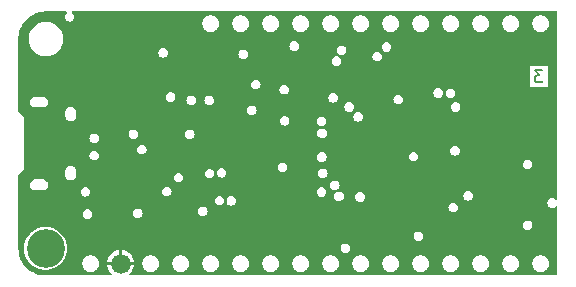
<source format=gbr>
%TF.GenerationSoftware,KiCad,Pcbnew,8.0.4-8.0.4-0~ubuntu22.04.1*%
%TF.CreationDate,2024-08-18T15:20:42-07:00*%
%TF.ProjectId,feather_M4_express,66656174-6865-4725-9f4d-345f65787072,rev?*%
%TF.SameCoordinates,Original*%
%TF.FileFunction,Copper,L3,Inr*%
%TF.FilePolarity,Positive*%
%FSLAX46Y46*%
G04 Gerber Fmt 4.6, Leading zero omitted, Abs format (unit mm)*
G04 Created by KiCad (PCBNEW 8.0.4-8.0.4-0~ubuntu22.04.1) date 2024-08-18 15:20:42*
%MOMM*%
%LPD*%
G01*
G04 APERTURE LIST*
%ADD10C,0.200000*%
%TA.AperFunction,NonConductor*%
%ADD11C,0.200000*%
%TD*%
%TA.AperFunction,ComponentPad*%
%ADD12C,3.200000*%
%TD*%
%TA.AperFunction,ComponentPad*%
%ADD13C,1.676400*%
%TD*%
%TA.AperFunction,ViaPad*%
%ADD14C,0.800000*%
%TD*%
%TA.AperFunction,ViaPad*%
%ADD15C,0.800100*%
%TD*%
G04 APERTURE END LIST*
D10*
D11*
X248899564Y-131455219D02*
X248280517Y-131455219D01*
X248280517Y-131455219D02*
X248613850Y-131836171D01*
X248613850Y-131836171D02*
X248470993Y-131836171D01*
X248470993Y-131836171D02*
X248375755Y-131883790D01*
X248375755Y-131883790D02*
X248328136Y-131931409D01*
X248328136Y-131931409D02*
X248280517Y-132026647D01*
X248280517Y-132026647D02*
X248280517Y-132264742D01*
X248280517Y-132264742D02*
X248328136Y-132359980D01*
X248328136Y-132359980D02*
X248375755Y-132407600D01*
X248375755Y-132407600D02*
X248470993Y-132455219D01*
X248470993Y-132455219D02*
X248756707Y-132455219D01*
X248756707Y-132455219D02*
X248851945Y-132407600D01*
X248851945Y-132407600D02*
X248899564Y-132359980D01*
D12*
%TO.N,N/C*%
%TO.C,U$32*%
X206857600Y-146532600D03*
%TD*%
D13*
%TO.N,+3V3*%
%TO.C,JP1*%
X213207600Y-147802600D03*
%TD*%
D12*
%TO.N,N/C*%
%TO.C,P$1*%
X206857600Y-146507200D03*
%TD*%
D14*
%TO.N,+3V3*%
X242038356Y-130647647D03*
X230248700Y-137771900D03*
X246167554Y-140085536D03*
X234197600Y-141376400D03*
D15*
X219955213Y-142231213D03*
D14*
X237972600Y-139771900D03*
X221640400Y-129971800D03*
X238007600Y-142138400D03*
X237744000Y-134366000D03*
D15*
X224510599Y-139928599D03*
D14*
X243865400Y-139446000D03*
X242265200Y-129860600D03*
X229209600Y-133451600D03*
%TD*%
%TA.AperFunction,Conductor*%
%TO.N,+3V3*%
G36*
X208676998Y-126478057D02*
G01*
X208695304Y-126522251D01*
X208676998Y-126566445D01*
X208661178Y-126577939D01*
X208651228Y-126583008D01*
X208561508Y-126672728D01*
X208503906Y-126785778D01*
X208484057Y-126911100D01*
X208503906Y-127036421D01*
X208561508Y-127149471D01*
X208651228Y-127239191D01*
X208764278Y-127296793D01*
X208764280Y-127296794D01*
X208889600Y-127316643D01*
X209014920Y-127296794D01*
X209127972Y-127239191D01*
X209217691Y-127149472D01*
X209275294Y-127036420D01*
X209295143Y-126911100D01*
X209275294Y-126785780D01*
X209217691Y-126672728D01*
X209127972Y-126583009D01*
X209127971Y-126583008D01*
X209118022Y-126577939D01*
X209086955Y-126541565D01*
X209090708Y-126493877D01*
X209127082Y-126462810D01*
X209146396Y-126459751D01*
X250127500Y-126459751D01*
X250171694Y-126478057D01*
X250190000Y-126522251D01*
X250190000Y-142381794D01*
X250171694Y-142425988D01*
X250127500Y-142444294D01*
X250083306Y-142425988D01*
X249998446Y-142341128D01*
X249884506Y-142283073D01*
X249884507Y-142283073D01*
X249758200Y-142263068D01*
X249631893Y-142283073D01*
X249517953Y-142341128D01*
X249427528Y-142431553D01*
X249369473Y-142545493D01*
X249349468Y-142671800D01*
X249369473Y-142798106D01*
X249427528Y-142912046D01*
X249517953Y-143002471D01*
X249631893Y-143060526D01*
X249631895Y-143060527D01*
X249758200Y-143080532D01*
X249884505Y-143060527D01*
X249998447Y-143002471D01*
X250083306Y-142917612D01*
X250127500Y-142899306D01*
X250171694Y-142917612D01*
X250190000Y-142961806D01*
X250190000Y-148748251D01*
X250171694Y-148792445D01*
X250127500Y-148810751D01*
X213958467Y-148810751D01*
X213914273Y-148792445D01*
X213895967Y-148748251D01*
X213914273Y-148704057D01*
X213916361Y-148702063D01*
X214055313Y-148575389D01*
X214055320Y-148575382D01*
X214182874Y-148406472D01*
X214182877Y-148406466D01*
X214277231Y-148216978D01*
X214335161Y-148013381D01*
X214335163Y-148013370D01*
X214340608Y-147954600D01*
X213684509Y-147954600D01*
X213707600Y-147868426D01*
X213707600Y-147736774D01*
X213706667Y-147733291D01*
X215043900Y-147733291D01*
X215043900Y-147871908D01*
X215068502Y-147995593D01*
X215070943Y-148007862D01*
X215083368Y-148037858D01*
X215123988Y-148135925D01*
X215123989Y-148135928D01*
X215200999Y-148251182D01*
X215299017Y-148349200D01*
X215414271Y-148426210D01*
X215414272Y-148426210D01*
X215414273Y-148426211D01*
X215542338Y-148479257D01*
X215678292Y-148506300D01*
X215816908Y-148506300D01*
X215952862Y-148479257D01*
X216080927Y-148426211D01*
X216196183Y-148349200D01*
X216294200Y-148251183D01*
X216371211Y-148135927D01*
X216424257Y-148007862D01*
X216451300Y-147871908D01*
X216451300Y-147733292D01*
X216451300Y-147733291D01*
X217583900Y-147733291D01*
X217583900Y-147871908D01*
X217608502Y-147995593D01*
X217610943Y-148007862D01*
X217623368Y-148037858D01*
X217663988Y-148135925D01*
X217663989Y-148135928D01*
X217740999Y-148251182D01*
X217839017Y-148349200D01*
X217954271Y-148426210D01*
X217954272Y-148426210D01*
X217954273Y-148426211D01*
X218082338Y-148479257D01*
X218218292Y-148506300D01*
X218356908Y-148506300D01*
X218492862Y-148479257D01*
X218620927Y-148426211D01*
X218736183Y-148349200D01*
X218834200Y-148251183D01*
X218911211Y-148135927D01*
X218964257Y-148007862D01*
X218991300Y-147871908D01*
X218991300Y-147733292D01*
X218991300Y-147733291D01*
X220123900Y-147733291D01*
X220123900Y-147871908D01*
X220148502Y-147995593D01*
X220150943Y-148007862D01*
X220163368Y-148037858D01*
X220203988Y-148135925D01*
X220203989Y-148135928D01*
X220280999Y-148251182D01*
X220379017Y-148349200D01*
X220494271Y-148426210D01*
X220494272Y-148426210D01*
X220494273Y-148426211D01*
X220622338Y-148479257D01*
X220758292Y-148506300D01*
X220896908Y-148506300D01*
X221032862Y-148479257D01*
X221160927Y-148426211D01*
X221276183Y-148349200D01*
X221374200Y-148251183D01*
X221451211Y-148135927D01*
X221504257Y-148007862D01*
X221531300Y-147871908D01*
X221531300Y-147733292D01*
X221531300Y-147733291D01*
X222663900Y-147733291D01*
X222663900Y-147871908D01*
X222688502Y-147995593D01*
X222690943Y-148007862D01*
X222703368Y-148037858D01*
X222743988Y-148135925D01*
X222743989Y-148135928D01*
X222820999Y-148251182D01*
X222919017Y-148349200D01*
X223034271Y-148426210D01*
X223034272Y-148426210D01*
X223034273Y-148426211D01*
X223162338Y-148479257D01*
X223298292Y-148506300D01*
X223436908Y-148506300D01*
X223572862Y-148479257D01*
X223700927Y-148426211D01*
X223816183Y-148349200D01*
X223914200Y-148251183D01*
X223991211Y-148135927D01*
X224044257Y-148007862D01*
X224071300Y-147871908D01*
X224071300Y-147733292D01*
X224071300Y-147733291D01*
X225203900Y-147733291D01*
X225203900Y-147871908D01*
X225228502Y-147995593D01*
X225230943Y-148007862D01*
X225243368Y-148037858D01*
X225283988Y-148135925D01*
X225283989Y-148135928D01*
X225360999Y-148251182D01*
X225459017Y-148349200D01*
X225574271Y-148426210D01*
X225574272Y-148426210D01*
X225574273Y-148426211D01*
X225702338Y-148479257D01*
X225838292Y-148506300D01*
X225976908Y-148506300D01*
X226112862Y-148479257D01*
X226240927Y-148426211D01*
X226356183Y-148349200D01*
X226454200Y-148251183D01*
X226531211Y-148135927D01*
X226584257Y-148007862D01*
X226611300Y-147871908D01*
X226611300Y-147733292D01*
X226611300Y-147733291D01*
X227743900Y-147733291D01*
X227743900Y-147871908D01*
X227768502Y-147995593D01*
X227770943Y-148007862D01*
X227783368Y-148037858D01*
X227823988Y-148135925D01*
X227823989Y-148135928D01*
X227900999Y-148251182D01*
X227999017Y-148349200D01*
X228114271Y-148426210D01*
X228114272Y-148426210D01*
X228114273Y-148426211D01*
X228242338Y-148479257D01*
X228378292Y-148506300D01*
X228516908Y-148506300D01*
X228652862Y-148479257D01*
X228780927Y-148426211D01*
X228896183Y-148349200D01*
X228994200Y-148251183D01*
X229071211Y-148135927D01*
X229124257Y-148007862D01*
X229151300Y-147871908D01*
X229151300Y-147733292D01*
X229151300Y-147733291D01*
X230283900Y-147733291D01*
X230283900Y-147871908D01*
X230308502Y-147995593D01*
X230310943Y-148007862D01*
X230323368Y-148037858D01*
X230363988Y-148135925D01*
X230363989Y-148135928D01*
X230440999Y-148251182D01*
X230539017Y-148349200D01*
X230654271Y-148426210D01*
X230654272Y-148426210D01*
X230654273Y-148426211D01*
X230782338Y-148479257D01*
X230918292Y-148506300D01*
X231056908Y-148506300D01*
X231192862Y-148479257D01*
X231320927Y-148426211D01*
X231436183Y-148349200D01*
X231534200Y-148251183D01*
X231611211Y-148135927D01*
X231664257Y-148007862D01*
X231691300Y-147871908D01*
X231691300Y-147733292D01*
X231691300Y-147733291D01*
X232823900Y-147733291D01*
X232823900Y-147871908D01*
X232848502Y-147995593D01*
X232850943Y-148007862D01*
X232863368Y-148037858D01*
X232903988Y-148135925D01*
X232903989Y-148135928D01*
X232980999Y-148251182D01*
X233079017Y-148349200D01*
X233194271Y-148426210D01*
X233194272Y-148426210D01*
X233194273Y-148426211D01*
X233322338Y-148479257D01*
X233458292Y-148506300D01*
X233596908Y-148506300D01*
X233732862Y-148479257D01*
X233860927Y-148426211D01*
X233976183Y-148349200D01*
X234074200Y-148251183D01*
X234151211Y-148135927D01*
X234204257Y-148007862D01*
X234231300Y-147871908D01*
X234231300Y-147733292D01*
X234231300Y-147733291D01*
X235363900Y-147733291D01*
X235363900Y-147871908D01*
X235388502Y-147995593D01*
X235390943Y-148007862D01*
X235403368Y-148037858D01*
X235443988Y-148135925D01*
X235443989Y-148135928D01*
X235520999Y-148251182D01*
X235619017Y-148349200D01*
X235734271Y-148426210D01*
X235734272Y-148426210D01*
X235734273Y-148426211D01*
X235862338Y-148479257D01*
X235998292Y-148506300D01*
X236136908Y-148506300D01*
X236272862Y-148479257D01*
X236400927Y-148426211D01*
X236516183Y-148349200D01*
X236614200Y-148251183D01*
X236691211Y-148135927D01*
X236744257Y-148007862D01*
X236771300Y-147871908D01*
X236771300Y-147733292D01*
X236771300Y-147733291D01*
X237903900Y-147733291D01*
X237903900Y-147871908D01*
X237928502Y-147995593D01*
X237930943Y-148007862D01*
X237943368Y-148037858D01*
X237983988Y-148135925D01*
X237983989Y-148135928D01*
X238060999Y-148251182D01*
X238159017Y-148349200D01*
X238274271Y-148426210D01*
X238274272Y-148426210D01*
X238274273Y-148426211D01*
X238402338Y-148479257D01*
X238538292Y-148506300D01*
X238676908Y-148506300D01*
X238812862Y-148479257D01*
X238940927Y-148426211D01*
X239056183Y-148349200D01*
X239154200Y-148251183D01*
X239231211Y-148135927D01*
X239284257Y-148007862D01*
X239311300Y-147871908D01*
X239311300Y-147733292D01*
X239311300Y-147733291D01*
X240443900Y-147733291D01*
X240443900Y-147871908D01*
X240468502Y-147995593D01*
X240470943Y-148007862D01*
X240483368Y-148037858D01*
X240523988Y-148135925D01*
X240523989Y-148135928D01*
X240600999Y-148251182D01*
X240699017Y-148349200D01*
X240814271Y-148426210D01*
X240814272Y-148426210D01*
X240814273Y-148426211D01*
X240942338Y-148479257D01*
X241078292Y-148506300D01*
X241216908Y-148506300D01*
X241352862Y-148479257D01*
X241480927Y-148426211D01*
X241596183Y-148349200D01*
X241694200Y-148251183D01*
X241771211Y-148135927D01*
X241824257Y-148007862D01*
X241851300Y-147871908D01*
X241851300Y-147733292D01*
X241851300Y-147733291D01*
X242983900Y-147733291D01*
X242983900Y-147871908D01*
X243008502Y-147995593D01*
X243010943Y-148007862D01*
X243023368Y-148037858D01*
X243063988Y-148135925D01*
X243063989Y-148135928D01*
X243140999Y-148251182D01*
X243239017Y-148349200D01*
X243354271Y-148426210D01*
X243354272Y-148426210D01*
X243354273Y-148426211D01*
X243482338Y-148479257D01*
X243618292Y-148506300D01*
X243756908Y-148506300D01*
X243892862Y-148479257D01*
X244020927Y-148426211D01*
X244136183Y-148349200D01*
X244234200Y-148251183D01*
X244311211Y-148135927D01*
X244364257Y-148007862D01*
X244391300Y-147871908D01*
X244391300Y-147733292D01*
X244391300Y-147733291D01*
X245523900Y-147733291D01*
X245523900Y-147871908D01*
X245548502Y-147995593D01*
X245550943Y-148007862D01*
X245563368Y-148037858D01*
X245603988Y-148135925D01*
X245603989Y-148135928D01*
X245680999Y-148251182D01*
X245779017Y-148349200D01*
X245894271Y-148426210D01*
X245894272Y-148426210D01*
X245894273Y-148426211D01*
X246022338Y-148479257D01*
X246158292Y-148506300D01*
X246296908Y-148506300D01*
X246432862Y-148479257D01*
X246560927Y-148426211D01*
X246676183Y-148349200D01*
X246774200Y-148251183D01*
X246851211Y-148135927D01*
X246904257Y-148007862D01*
X246931300Y-147871908D01*
X246931300Y-147733292D01*
X246931300Y-147733291D01*
X248063900Y-147733291D01*
X248063900Y-147871908D01*
X248088502Y-147995593D01*
X248090943Y-148007862D01*
X248103368Y-148037858D01*
X248143988Y-148135925D01*
X248143989Y-148135928D01*
X248220999Y-148251182D01*
X248319017Y-148349200D01*
X248434271Y-148426210D01*
X248434272Y-148426210D01*
X248434273Y-148426211D01*
X248562338Y-148479257D01*
X248698292Y-148506300D01*
X248836908Y-148506300D01*
X248972862Y-148479257D01*
X249100927Y-148426211D01*
X249216183Y-148349200D01*
X249314200Y-148251183D01*
X249391211Y-148135927D01*
X249444257Y-148007862D01*
X249471300Y-147871908D01*
X249471300Y-147733292D01*
X249444257Y-147597338D01*
X249391211Y-147469273D01*
X249314200Y-147354017D01*
X249216183Y-147256000D01*
X249216182Y-147255999D01*
X249100928Y-147178989D01*
X249100925Y-147178988D01*
X249074400Y-147168001D01*
X248972862Y-147125943D01*
X248972858Y-147125942D01*
X248836908Y-147098900D01*
X248698292Y-147098900D01*
X248562341Y-147125942D01*
X248562339Y-147125942D01*
X248562338Y-147125943D01*
X248524831Y-147141478D01*
X248434274Y-147178988D01*
X248434271Y-147178989D01*
X248319017Y-147255999D01*
X248220999Y-147354017D01*
X248143989Y-147469271D01*
X248143988Y-147469274D01*
X248133087Y-147495593D01*
X248093230Y-147591818D01*
X248090942Y-147597341D01*
X248063900Y-147733291D01*
X246931300Y-147733291D01*
X246904257Y-147597338D01*
X246851211Y-147469273D01*
X246774200Y-147354017D01*
X246676183Y-147256000D01*
X246676182Y-147255999D01*
X246560928Y-147178989D01*
X246560925Y-147178988D01*
X246534400Y-147168001D01*
X246432862Y-147125943D01*
X246432858Y-147125942D01*
X246296908Y-147098900D01*
X246158292Y-147098900D01*
X246022341Y-147125942D01*
X246022339Y-147125942D01*
X246022338Y-147125943D01*
X245984831Y-147141478D01*
X245894274Y-147178988D01*
X245894271Y-147178989D01*
X245779017Y-147255999D01*
X245680999Y-147354017D01*
X245603989Y-147469271D01*
X245603988Y-147469274D01*
X245593087Y-147495593D01*
X245553230Y-147591818D01*
X245550942Y-147597341D01*
X245523900Y-147733291D01*
X244391300Y-147733291D01*
X244364257Y-147597338D01*
X244311211Y-147469273D01*
X244234200Y-147354017D01*
X244136183Y-147256000D01*
X244136182Y-147255999D01*
X244020928Y-147178989D01*
X244020925Y-147178988D01*
X243994400Y-147168001D01*
X243892862Y-147125943D01*
X243892858Y-147125942D01*
X243756908Y-147098900D01*
X243618292Y-147098900D01*
X243482341Y-147125942D01*
X243482339Y-147125942D01*
X243482338Y-147125943D01*
X243444831Y-147141478D01*
X243354274Y-147178988D01*
X243354271Y-147178989D01*
X243239017Y-147255999D01*
X243140999Y-147354017D01*
X243063989Y-147469271D01*
X243063988Y-147469274D01*
X243053087Y-147495593D01*
X243013230Y-147591818D01*
X243010942Y-147597341D01*
X242983900Y-147733291D01*
X241851300Y-147733291D01*
X241824257Y-147597338D01*
X241771211Y-147469273D01*
X241694200Y-147354017D01*
X241596183Y-147256000D01*
X241596182Y-147255999D01*
X241480928Y-147178989D01*
X241480925Y-147178988D01*
X241454400Y-147168001D01*
X241352862Y-147125943D01*
X241352858Y-147125942D01*
X241216908Y-147098900D01*
X241078292Y-147098900D01*
X240942341Y-147125942D01*
X240942339Y-147125942D01*
X240942338Y-147125943D01*
X240904831Y-147141478D01*
X240814274Y-147178988D01*
X240814271Y-147178989D01*
X240699017Y-147255999D01*
X240600999Y-147354017D01*
X240523989Y-147469271D01*
X240523988Y-147469274D01*
X240513087Y-147495593D01*
X240473230Y-147591818D01*
X240470942Y-147597341D01*
X240443900Y-147733291D01*
X239311300Y-147733291D01*
X239284257Y-147597338D01*
X239231211Y-147469273D01*
X239154200Y-147354017D01*
X239056183Y-147256000D01*
X239056182Y-147255999D01*
X238940928Y-147178989D01*
X238940925Y-147178988D01*
X238914400Y-147168001D01*
X238812862Y-147125943D01*
X238812858Y-147125942D01*
X238676908Y-147098900D01*
X238538292Y-147098900D01*
X238402341Y-147125942D01*
X238402339Y-147125942D01*
X238402338Y-147125943D01*
X238364831Y-147141478D01*
X238274274Y-147178988D01*
X238274271Y-147178989D01*
X238159017Y-147255999D01*
X238060999Y-147354017D01*
X237983989Y-147469271D01*
X237983988Y-147469274D01*
X237973087Y-147495593D01*
X237933230Y-147591818D01*
X237930942Y-147597341D01*
X237903900Y-147733291D01*
X236771300Y-147733291D01*
X236744257Y-147597338D01*
X236691211Y-147469273D01*
X236614200Y-147354017D01*
X236516183Y-147256000D01*
X236516182Y-147255999D01*
X236400928Y-147178989D01*
X236400925Y-147178988D01*
X236374400Y-147168001D01*
X236272862Y-147125943D01*
X236272858Y-147125942D01*
X236136908Y-147098900D01*
X235998292Y-147098900D01*
X235862341Y-147125942D01*
X235862339Y-147125942D01*
X235862338Y-147125943D01*
X235824831Y-147141478D01*
X235734274Y-147178988D01*
X235734271Y-147178989D01*
X235619017Y-147255999D01*
X235520999Y-147354017D01*
X235443989Y-147469271D01*
X235443988Y-147469274D01*
X235433087Y-147495593D01*
X235393230Y-147591818D01*
X235390942Y-147597341D01*
X235363900Y-147733291D01*
X234231300Y-147733291D01*
X234204257Y-147597338D01*
X234151211Y-147469273D01*
X234074200Y-147354017D01*
X233976183Y-147256000D01*
X233976182Y-147255999D01*
X233860928Y-147178989D01*
X233860925Y-147178988D01*
X233834400Y-147168001D01*
X233732862Y-147125943D01*
X233732858Y-147125942D01*
X233596908Y-147098900D01*
X233458292Y-147098900D01*
X233322341Y-147125942D01*
X233322339Y-147125942D01*
X233322338Y-147125943D01*
X233284831Y-147141478D01*
X233194274Y-147178988D01*
X233194271Y-147178989D01*
X233079017Y-147255999D01*
X232980999Y-147354017D01*
X232903989Y-147469271D01*
X232903988Y-147469274D01*
X232893087Y-147495593D01*
X232853230Y-147591818D01*
X232850942Y-147597341D01*
X232823900Y-147733291D01*
X231691300Y-147733291D01*
X231664257Y-147597338D01*
X231611211Y-147469273D01*
X231534200Y-147354017D01*
X231436183Y-147256000D01*
X231436182Y-147255999D01*
X231320928Y-147178989D01*
X231320925Y-147178988D01*
X231294400Y-147168001D01*
X231192862Y-147125943D01*
X231192858Y-147125942D01*
X231056908Y-147098900D01*
X230918292Y-147098900D01*
X230782341Y-147125942D01*
X230782339Y-147125942D01*
X230782338Y-147125943D01*
X230744831Y-147141478D01*
X230654274Y-147178988D01*
X230654271Y-147178989D01*
X230539017Y-147255999D01*
X230440999Y-147354017D01*
X230363989Y-147469271D01*
X230363988Y-147469274D01*
X230353087Y-147495593D01*
X230313230Y-147591818D01*
X230310942Y-147597341D01*
X230283900Y-147733291D01*
X229151300Y-147733291D01*
X229124257Y-147597338D01*
X229071211Y-147469273D01*
X228994200Y-147354017D01*
X228896183Y-147256000D01*
X228896182Y-147255999D01*
X228780928Y-147178989D01*
X228780925Y-147178988D01*
X228754400Y-147168001D01*
X228652862Y-147125943D01*
X228652858Y-147125942D01*
X228516908Y-147098900D01*
X228378292Y-147098900D01*
X228242341Y-147125942D01*
X228242339Y-147125942D01*
X228242338Y-147125943D01*
X228204831Y-147141478D01*
X228114274Y-147178988D01*
X228114271Y-147178989D01*
X227999017Y-147255999D01*
X227900999Y-147354017D01*
X227823989Y-147469271D01*
X227823988Y-147469274D01*
X227813087Y-147495593D01*
X227773230Y-147591818D01*
X227770942Y-147597341D01*
X227743900Y-147733291D01*
X226611300Y-147733291D01*
X226584257Y-147597338D01*
X226531211Y-147469273D01*
X226454200Y-147354017D01*
X226356183Y-147256000D01*
X226356182Y-147255999D01*
X226240928Y-147178989D01*
X226240925Y-147178988D01*
X226214400Y-147168001D01*
X226112862Y-147125943D01*
X226112858Y-147125942D01*
X225976908Y-147098900D01*
X225838292Y-147098900D01*
X225702341Y-147125942D01*
X225702339Y-147125942D01*
X225702338Y-147125943D01*
X225664831Y-147141478D01*
X225574274Y-147178988D01*
X225574271Y-147178989D01*
X225459017Y-147255999D01*
X225360999Y-147354017D01*
X225283989Y-147469271D01*
X225283988Y-147469274D01*
X225273087Y-147495593D01*
X225233230Y-147591818D01*
X225230942Y-147597341D01*
X225203900Y-147733291D01*
X224071300Y-147733291D01*
X224044257Y-147597338D01*
X223991211Y-147469273D01*
X223914200Y-147354017D01*
X223816183Y-147256000D01*
X223816182Y-147255999D01*
X223700928Y-147178989D01*
X223700925Y-147178988D01*
X223674400Y-147168001D01*
X223572862Y-147125943D01*
X223572858Y-147125942D01*
X223436908Y-147098900D01*
X223298292Y-147098900D01*
X223162341Y-147125942D01*
X223162339Y-147125942D01*
X223162338Y-147125943D01*
X223124831Y-147141478D01*
X223034274Y-147178988D01*
X223034271Y-147178989D01*
X222919017Y-147255999D01*
X222820999Y-147354017D01*
X222743989Y-147469271D01*
X222743988Y-147469274D01*
X222733087Y-147495593D01*
X222693230Y-147591818D01*
X222690942Y-147597341D01*
X222663900Y-147733291D01*
X221531300Y-147733291D01*
X221504257Y-147597338D01*
X221451211Y-147469273D01*
X221374200Y-147354017D01*
X221276183Y-147256000D01*
X221276182Y-147255999D01*
X221160928Y-147178989D01*
X221160925Y-147178988D01*
X221134400Y-147168001D01*
X221032862Y-147125943D01*
X221032858Y-147125942D01*
X220896908Y-147098900D01*
X220758292Y-147098900D01*
X220622341Y-147125942D01*
X220622339Y-147125942D01*
X220622338Y-147125943D01*
X220584831Y-147141478D01*
X220494274Y-147178988D01*
X220494271Y-147178989D01*
X220379017Y-147255999D01*
X220280999Y-147354017D01*
X220203989Y-147469271D01*
X220203988Y-147469274D01*
X220193087Y-147495593D01*
X220153230Y-147591818D01*
X220150942Y-147597341D01*
X220123900Y-147733291D01*
X218991300Y-147733291D01*
X218964257Y-147597338D01*
X218911211Y-147469273D01*
X218834200Y-147354017D01*
X218736183Y-147256000D01*
X218736182Y-147255999D01*
X218620928Y-147178989D01*
X218620925Y-147178988D01*
X218594400Y-147168001D01*
X218492862Y-147125943D01*
X218492858Y-147125942D01*
X218356908Y-147098900D01*
X218218292Y-147098900D01*
X218082341Y-147125942D01*
X218082339Y-147125942D01*
X218082338Y-147125943D01*
X218044831Y-147141478D01*
X217954274Y-147178988D01*
X217954271Y-147178989D01*
X217839017Y-147255999D01*
X217740999Y-147354017D01*
X217663989Y-147469271D01*
X217663988Y-147469274D01*
X217653087Y-147495593D01*
X217613230Y-147591818D01*
X217610942Y-147597341D01*
X217583900Y-147733291D01*
X216451300Y-147733291D01*
X216424257Y-147597338D01*
X216371211Y-147469273D01*
X216294200Y-147354017D01*
X216196183Y-147256000D01*
X216196182Y-147255999D01*
X216080928Y-147178989D01*
X216080925Y-147178988D01*
X216054400Y-147168001D01*
X215952862Y-147125943D01*
X215952858Y-147125942D01*
X215816908Y-147098900D01*
X215678292Y-147098900D01*
X215542341Y-147125942D01*
X215542339Y-147125942D01*
X215542338Y-147125943D01*
X215504831Y-147141478D01*
X215414274Y-147178988D01*
X215414271Y-147178989D01*
X215299017Y-147255999D01*
X215200999Y-147354017D01*
X215123989Y-147469271D01*
X215123988Y-147469274D01*
X215113087Y-147495593D01*
X215073230Y-147591818D01*
X215070942Y-147597341D01*
X215043900Y-147733291D01*
X213706667Y-147733291D01*
X213684509Y-147650600D01*
X214340608Y-147650600D01*
X214340608Y-147650599D01*
X214335163Y-147591829D01*
X214335161Y-147591818D01*
X214277231Y-147388221D01*
X214182877Y-147198733D01*
X214182874Y-147198727D01*
X214055320Y-147029817D01*
X214055313Y-147029810D01*
X213898878Y-146887200D01*
X213898879Y-146887200D01*
X213718906Y-146775765D01*
X213718905Y-146775764D01*
X213521514Y-146699296D01*
X213359600Y-146669028D01*
X213359600Y-147325690D01*
X213273426Y-147302600D01*
X213141774Y-147302600D01*
X213055600Y-147325690D01*
X213055600Y-146669028D01*
X212893685Y-146699296D01*
X212696294Y-146775764D01*
X212696293Y-146775765D01*
X212516320Y-146887200D01*
X212359886Y-147029810D01*
X212359879Y-147029817D01*
X212232325Y-147198727D01*
X212232322Y-147198733D01*
X212137968Y-147388221D01*
X212080038Y-147591818D01*
X212080036Y-147591829D01*
X212074591Y-147650599D01*
X212074592Y-147650600D01*
X212730691Y-147650600D01*
X212707600Y-147736774D01*
X212707600Y-147868426D01*
X212730691Y-147954600D01*
X212074591Y-147954600D01*
X212080036Y-148013370D01*
X212080038Y-148013381D01*
X212137968Y-148216978D01*
X212232322Y-148406466D01*
X212232325Y-148406472D01*
X212359879Y-148575382D01*
X212359886Y-148575389D01*
X212498839Y-148702063D01*
X212519166Y-148745365D01*
X212502921Y-148790357D01*
X212459619Y-148810684D01*
X212456733Y-148810751D01*
X206900164Y-148810751D01*
X206900152Y-148810750D01*
X206852133Y-148810750D01*
X206848360Y-148810636D01*
X206578527Y-148794319D01*
X206571035Y-148793409D01*
X206307006Y-148745029D01*
X206299678Y-148743223D01*
X206043402Y-148663368D01*
X206036345Y-148660692D01*
X205791564Y-148550527D01*
X205784881Y-148547020D01*
X205555159Y-148408151D01*
X205548947Y-148403863D01*
X205337642Y-148238317D01*
X205331993Y-148233312D01*
X205142189Y-148043507D01*
X205137184Y-148037858D01*
X204971633Y-147826547D01*
X204967346Y-147820335D01*
X204828484Y-147590627D01*
X204824976Y-147583944D01*
X204809565Y-147549702D01*
X204714805Y-147339148D01*
X204712134Y-147332105D01*
X204632276Y-147075819D01*
X204630471Y-147068495D01*
X204623382Y-147029810D01*
X204582090Y-146804465D01*
X204581180Y-146796973D01*
X204564865Y-146527174D01*
X204564751Y-146523400D01*
X204564751Y-146507196D01*
X205052051Y-146507196D01*
X205052051Y-146507201D01*
X205052652Y-146515239D01*
X205052652Y-146524561D01*
X205052051Y-146532598D01*
X205052051Y-146532603D01*
X205072217Y-146801702D01*
X205072217Y-146801704D01*
X205132263Y-147064788D01*
X205132266Y-147064795D01*
X205230857Y-147315998D01*
X205365785Y-147549702D01*
X205365787Y-147549705D01*
X205365791Y-147549711D01*
X205534032Y-147760677D01*
X205534035Y-147760680D01*
X205534039Y-147760685D01*
X205731859Y-147944235D01*
X205731864Y-147944238D01*
X205731867Y-147944241D01*
X205833278Y-148013381D01*
X205954826Y-148096251D01*
X206197959Y-148213338D01*
X206320650Y-148251183D01*
X206455817Y-148292877D01*
X206455821Y-148292878D01*
X206455828Y-148292880D01*
X206722671Y-148333100D01*
X206722677Y-148333100D01*
X206992523Y-148333100D01*
X206992529Y-148333100D01*
X207259372Y-148292880D01*
X207517241Y-148213338D01*
X207760375Y-148096251D01*
X207983341Y-147944235D01*
X208181161Y-147760685D01*
X208203007Y-147733291D01*
X209963900Y-147733291D01*
X209963900Y-147871908D01*
X209988502Y-147995593D01*
X209990943Y-148007862D01*
X210003368Y-148037858D01*
X210043988Y-148135925D01*
X210043989Y-148135928D01*
X210120999Y-148251182D01*
X210219017Y-148349200D01*
X210334271Y-148426210D01*
X210334272Y-148426210D01*
X210334273Y-148426211D01*
X210462338Y-148479257D01*
X210598292Y-148506300D01*
X210736908Y-148506300D01*
X210872862Y-148479257D01*
X211000927Y-148426211D01*
X211116183Y-148349200D01*
X211214200Y-148251183D01*
X211291211Y-148135927D01*
X211344257Y-148007862D01*
X211371300Y-147871908D01*
X211371300Y-147733292D01*
X211344257Y-147597338D01*
X211291211Y-147469273D01*
X211214200Y-147354017D01*
X211116183Y-147256000D01*
X211116182Y-147255999D01*
X211000928Y-147178989D01*
X211000925Y-147178988D01*
X210974400Y-147168001D01*
X210872862Y-147125943D01*
X210872858Y-147125942D01*
X210736908Y-147098900D01*
X210598292Y-147098900D01*
X210462341Y-147125942D01*
X210462339Y-147125942D01*
X210462338Y-147125943D01*
X210424831Y-147141478D01*
X210334274Y-147178988D01*
X210334271Y-147178989D01*
X210219017Y-147255999D01*
X210120999Y-147354017D01*
X210043989Y-147469271D01*
X210043988Y-147469274D01*
X210033087Y-147495593D01*
X209993230Y-147591818D01*
X209990942Y-147597341D01*
X209963900Y-147733291D01*
X208203007Y-147733291D01*
X208315820Y-147591829D01*
X208349408Y-147549711D01*
X208349408Y-147549710D01*
X208349415Y-147549702D01*
X208484343Y-147315998D01*
X208582934Y-147064795D01*
X208590918Y-147029817D01*
X208619415Y-146904961D01*
X208642983Y-146801703D01*
X208663149Y-146532600D01*
X208662547Y-146524569D01*
X208662547Y-146515226D01*
X208663149Y-146507199D01*
X208663149Y-146507197D01*
X208662327Y-146496230D01*
X231837898Y-146496230D01*
X231857903Y-146622536D01*
X231915958Y-146736476D01*
X232006383Y-146826901D01*
X232120323Y-146884956D01*
X232120325Y-146884957D01*
X232246630Y-146904962D01*
X232372935Y-146884957D01*
X232486877Y-146826901D01*
X232577301Y-146736477D01*
X232635357Y-146622535D01*
X232655362Y-146496230D01*
X232635357Y-146369925D01*
X232577301Y-146255983D01*
X232486877Y-146165559D01*
X232486876Y-146165558D01*
X232372936Y-146107503D01*
X232372937Y-146107503D01*
X232246630Y-146087498D01*
X232120323Y-146107503D01*
X232006383Y-146165558D01*
X231915958Y-146255983D01*
X231857903Y-146369923D01*
X231837898Y-146496230D01*
X208662327Y-146496230D01*
X208652862Y-146369925D01*
X208642983Y-146238097D01*
X208608610Y-146087498D01*
X208582936Y-145975011D01*
X208554058Y-145901431D01*
X208484343Y-145723802D01*
X208350917Y-145492700D01*
X238017868Y-145492700D01*
X238037873Y-145619006D01*
X238095928Y-145732946D01*
X238186353Y-145823371D01*
X238300293Y-145881426D01*
X238300295Y-145881427D01*
X238426600Y-145901432D01*
X238552905Y-145881427D01*
X238666847Y-145823371D01*
X238757271Y-145732947D01*
X238815327Y-145619005D01*
X238835332Y-145492700D01*
X238815327Y-145366395D01*
X238757271Y-145252453D01*
X238666847Y-145162029D01*
X238666846Y-145162028D01*
X238552906Y-145103973D01*
X238552907Y-145103973D01*
X238426600Y-145083968D01*
X238300293Y-145103973D01*
X238186353Y-145162028D01*
X238095928Y-145252453D01*
X238037873Y-145366393D01*
X238017868Y-145492700D01*
X208350917Y-145492700D01*
X208349415Y-145490098D01*
X208349410Y-145490092D01*
X208349408Y-145490088D01*
X208181167Y-145279122D01*
X208181164Y-145279119D01*
X208181161Y-145279115D01*
X207983341Y-145095565D01*
X207983335Y-145095561D01*
X207983332Y-145095558D01*
X207760375Y-144943549D01*
X207632714Y-144882071D01*
X207517241Y-144826462D01*
X207517238Y-144826461D01*
X207517236Y-144826460D01*
X207517232Y-144826459D01*
X207259382Y-144746922D01*
X207259373Y-144746920D01*
X207125950Y-144726810D01*
X206992529Y-144706700D01*
X206722671Y-144706700D01*
X206455826Y-144746920D01*
X206455817Y-144746922D01*
X206197967Y-144826459D01*
X206197963Y-144826460D01*
X205954825Y-144943549D01*
X205731867Y-145095558D01*
X205731860Y-145095563D01*
X205731859Y-145095565D01*
X205660229Y-145162028D01*
X205534037Y-145279117D01*
X205534032Y-145279122D01*
X205365791Y-145490088D01*
X205230858Y-145723799D01*
X205132263Y-145975011D01*
X205072217Y-146238095D01*
X205072217Y-146238097D01*
X205052051Y-146507196D01*
X204564751Y-146507196D01*
X204564752Y-146480381D01*
X204564751Y-146480378D01*
X204564751Y-144551400D01*
X247266668Y-144551400D01*
X247286673Y-144677706D01*
X247344728Y-144791646D01*
X247435153Y-144882071D01*
X247549093Y-144940126D01*
X247549095Y-144940127D01*
X247675400Y-144960132D01*
X247801705Y-144940127D01*
X247915647Y-144882071D01*
X248006071Y-144791647D01*
X248064127Y-144677705D01*
X248084132Y-144551400D01*
X248064127Y-144425095D01*
X248006071Y-144311153D01*
X247915647Y-144220729D01*
X247915646Y-144220728D01*
X247801706Y-144162673D01*
X247801707Y-144162673D01*
X247675400Y-144142668D01*
X247549093Y-144162673D01*
X247435153Y-144220728D01*
X247344728Y-144311153D01*
X247286673Y-144425093D01*
X247266668Y-144551400D01*
X204564751Y-144551400D01*
X204564751Y-143611600D01*
X210008057Y-143611600D01*
X210027906Y-143736921D01*
X210085508Y-143849971D01*
X210175228Y-143939691D01*
X210288278Y-143997293D01*
X210288280Y-143997294D01*
X210413600Y-144017143D01*
X210538920Y-143997294D01*
X210651972Y-143939691D01*
X210741691Y-143849972D01*
X210799294Y-143736920D01*
X210819143Y-143611600D01*
X210809085Y-143548100D01*
X214262557Y-143548100D01*
X214282406Y-143673421D01*
X214340008Y-143786471D01*
X214429728Y-143876191D01*
X214542778Y-143933793D01*
X214542780Y-143933794D01*
X214668100Y-143953643D01*
X214793420Y-143933794D01*
X214906472Y-143876191D01*
X214996191Y-143786472D01*
X215053794Y-143673420D01*
X215073643Y-143548100D01*
X215053794Y-143422780D01*
X215033984Y-143383900D01*
X219758468Y-143383900D01*
X219778473Y-143510206D01*
X219836528Y-143624146D01*
X219926953Y-143714571D01*
X220040893Y-143772626D01*
X220040895Y-143772627D01*
X220167200Y-143792632D01*
X220293505Y-143772627D01*
X220407447Y-143714571D01*
X220497871Y-143624147D01*
X220555927Y-143510205D01*
X220575932Y-143383900D01*
X220555927Y-143257595D01*
X220497871Y-143143653D01*
X220407447Y-143053229D01*
X220407446Y-143053228D01*
X220406606Y-143052800D01*
X240967468Y-143052800D01*
X240987473Y-143179106D01*
X241045528Y-143293046D01*
X241135953Y-143383471D01*
X241249893Y-143441526D01*
X241249895Y-143441527D01*
X241376200Y-143461532D01*
X241502505Y-143441527D01*
X241616447Y-143383471D01*
X241706871Y-143293047D01*
X241764927Y-143179105D01*
X241784932Y-143052800D01*
X241764927Y-142926495D01*
X241706871Y-142812553D01*
X241616447Y-142722129D01*
X241616446Y-142722128D01*
X241502506Y-142664073D01*
X241502507Y-142664073D01*
X241376200Y-142644068D01*
X241249893Y-142664073D01*
X241135953Y-142722128D01*
X241045528Y-142812553D01*
X240987473Y-142926493D01*
X240967468Y-143052800D01*
X220406606Y-143052800D01*
X220293506Y-142995173D01*
X220293507Y-142995173D01*
X220167200Y-142975168D01*
X220040893Y-142995173D01*
X219926953Y-143053228D01*
X219836528Y-143143653D01*
X219778473Y-143257593D01*
X219758468Y-143383900D01*
X215033984Y-143383900D01*
X214996191Y-143309728D01*
X214906472Y-143220009D01*
X214906471Y-143220008D01*
X214793421Y-143162406D01*
X214793422Y-143162406D01*
X214668100Y-143142557D01*
X214542778Y-143162406D01*
X214429728Y-143220008D01*
X214340008Y-143309728D01*
X214282406Y-143422778D01*
X214262557Y-143548100D01*
X210809085Y-143548100D01*
X210799294Y-143486280D01*
X210741691Y-143373228D01*
X210651972Y-143283509D01*
X210651971Y-143283508D01*
X210538921Y-143225906D01*
X210538922Y-143225906D01*
X210413600Y-143206057D01*
X210288278Y-143225906D01*
X210175228Y-143283508D01*
X210085508Y-143373228D01*
X210027906Y-143486278D01*
X210008057Y-143611600D01*
X204564751Y-143611600D01*
X204564751Y-142468600D01*
X221184057Y-142468600D01*
X221203906Y-142593921D01*
X221261508Y-142706971D01*
X221351228Y-142796691D01*
X221464278Y-142854293D01*
X221464280Y-142854294D01*
X221589600Y-142874143D01*
X221714920Y-142854294D01*
X221827972Y-142796691D01*
X221917691Y-142706972D01*
X221975294Y-142593920D01*
X221990446Y-142498256D01*
X222180478Y-142498256D01*
X222200483Y-142624562D01*
X222258538Y-142738502D01*
X222348963Y-142828927D01*
X222462903Y-142886982D01*
X222462905Y-142886983D01*
X222589210Y-142906988D01*
X222715515Y-142886983D01*
X222829457Y-142828927D01*
X222919881Y-142738503D01*
X222977937Y-142624561D01*
X222997942Y-142498256D01*
X222977937Y-142371951D01*
X222919881Y-142258009D01*
X222829457Y-142167585D01*
X222829456Y-142167584D01*
X222715516Y-142109529D01*
X222715517Y-142109529D01*
X222589210Y-142089524D01*
X222462903Y-142109529D01*
X222348963Y-142167584D01*
X222258538Y-142258009D01*
X222200483Y-142371949D01*
X222180478Y-142498256D01*
X221990446Y-142498256D01*
X221995143Y-142468600D01*
X221975294Y-142343280D01*
X221974197Y-142341128D01*
X221917691Y-142230228D01*
X221827971Y-142140508D01*
X221714921Y-142082906D01*
X221714922Y-142082906D01*
X221589600Y-142063057D01*
X221464278Y-142082906D01*
X221351228Y-142140508D01*
X221261508Y-142230228D01*
X221203906Y-142343278D01*
X221184057Y-142468600D01*
X204564751Y-142468600D01*
X204564751Y-141732200D01*
X209827068Y-141732200D01*
X209847073Y-141858506D01*
X209905128Y-141972446D01*
X209995553Y-142062871D01*
X210109493Y-142120926D01*
X210109495Y-142120927D01*
X210235800Y-142140932D01*
X210362105Y-142120927D01*
X210476047Y-142062871D01*
X210566471Y-141972447D01*
X210624527Y-141858505D01*
X210644532Y-141732200D01*
X210640477Y-141706600D01*
X216710468Y-141706600D01*
X216730473Y-141832906D01*
X216788528Y-141946846D01*
X216878953Y-142037271D01*
X216992893Y-142095326D01*
X216992895Y-142095327D01*
X217119200Y-142115332D01*
X217245505Y-142095327D01*
X217359447Y-142037271D01*
X217449871Y-141946847D01*
X217507927Y-141832905D01*
X217521597Y-141746600D01*
X229816868Y-141746600D01*
X229836873Y-141872906D01*
X229894928Y-141986846D01*
X229985353Y-142077271D01*
X230099293Y-142135326D01*
X230099295Y-142135327D01*
X230225600Y-142155332D01*
X230351905Y-142135327D01*
X230395724Y-142113000D01*
X231290068Y-142113000D01*
X231310073Y-142239306D01*
X231368128Y-142353246D01*
X231458553Y-142443671D01*
X231572493Y-142501726D01*
X231572495Y-142501727D01*
X231698800Y-142521732D01*
X231825105Y-142501727D01*
X231939047Y-142443671D01*
X232029471Y-142353247D01*
X232087527Y-142239305D01*
X232099486Y-142163800D01*
X233077668Y-142163800D01*
X233097673Y-142290106D01*
X233155728Y-142404046D01*
X233246153Y-142494471D01*
X233360093Y-142552526D01*
X233360095Y-142552527D01*
X233486400Y-142572532D01*
X233612705Y-142552527D01*
X233726647Y-142494471D01*
X233817071Y-142404047D01*
X233875127Y-142290105D01*
X233895132Y-142163800D01*
X233879040Y-142062200D01*
X242237468Y-142062200D01*
X242257473Y-142188506D01*
X242315528Y-142302446D01*
X242405953Y-142392871D01*
X242519893Y-142450926D01*
X242519895Y-142450927D01*
X242646200Y-142470932D01*
X242772505Y-142450927D01*
X242886447Y-142392871D01*
X242976871Y-142302447D01*
X243034927Y-142188505D01*
X243054932Y-142062200D01*
X243034927Y-141935895D01*
X242976871Y-141821953D01*
X242886447Y-141731529D01*
X242886446Y-141731528D01*
X242772506Y-141673473D01*
X242772507Y-141673473D01*
X242646200Y-141653468D01*
X242519893Y-141673473D01*
X242405953Y-141731528D01*
X242315528Y-141821953D01*
X242257473Y-141935893D01*
X242237468Y-142062200D01*
X233879040Y-142062200D01*
X233875127Y-142037495D01*
X233817071Y-141923553D01*
X233726647Y-141833129D01*
X233726646Y-141833128D01*
X233612706Y-141775073D01*
X233612707Y-141775073D01*
X233486400Y-141755068D01*
X233360093Y-141775073D01*
X233246153Y-141833128D01*
X233155728Y-141923553D01*
X233097673Y-142037493D01*
X233077668Y-142163800D01*
X232099486Y-142163800D01*
X232107532Y-142113000D01*
X232087527Y-141986695D01*
X232029471Y-141872753D01*
X231939047Y-141782329D01*
X231939046Y-141782328D01*
X231825106Y-141724273D01*
X231825107Y-141724273D01*
X231698800Y-141704268D01*
X231572493Y-141724273D01*
X231458553Y-141782328D01*
X231368128Y-141872753D01*
X231310073Y-141986693D01*
X231290068Y-142113000D01*
X230395724Y-142113000D01*
X230465847Y-142077271D01*
X230556271Y-141986847D01*
X230614327Y-141872905D01*
X230634332Y-141746600D01*
X230614327Y-141620295D01*
X230556271Y-141506353D01*
X230465847Y-141415929D01*
X230465846Y-141415928D01*
X230351906Y-141357873D01*
X230351907Y-141357873D01*
X230225600Y-141337868D01*
X230099293Y-141357873D01*
X229985353Y-141415928D01*
X229894928Y-141506353D01*
X229836873Y-141620293D01*
X229816868Y-141746600D01*
X217521597Y-141746600D01*
X217527932Y-141706600D01*
X217507927Y-141580295D01*
X217449871Y-141466353D01*
X217359447Y-141375929D01*
X217359446Y-141375928D01*
X217245506Y-141317873D01*
X217245507Y-141317873D01*
X217119200Y-141297868D01*
X216992893Y-141317873D01*
X216878953Y-141375928D01*
X216788528Y-141466353D01*
X216730473Y-141580293D01*
X216710468Y-141706600D01*
X210640477Y-141706600D01*
X210624527Y-141605895D01*
X210566471Y-141491953D01*
X210476047Y-141401529D01*
X210476046Y-141401528D01*
X210362106Y-141343473D01*
X210362107Y-141343473D01*
X210235800Y-141323468D01*
X210109493Y-141343473D01*
X209995553Y-141401528D01*
X209905128Y-141491953D01*
X209847073Y-141605893D01*
X209827068Y-141732200D01*
X204564751Y-141732200D01*
X204564751Y-141078470D01*
X205520100Y-141078470D01*
X205520100Y-141197929D01*
X205520101Y-141197937D01*
X205551018Y-141313321D01*
X205551021Y-141313327D01*
X205610747Y-141416774D01*
X205610754Y-141416783D01*
X205695216Y-141501245D01*
X205695225Y-141501252D01*
X205798672Y-141560978D01*
X205798678Y-141560981D01*
X205914069Y-141591900D01*
X205914070Y-141591900D01*
X206683530Y-141591900D01*
X206683531Y-141591900D01*
X206798922Y-141560981D01*
X206902378Y-141501250D01*
X206986850Y-141416778D01*
X207046581Y-141313322D01*
X207077500Y-141197931D01*
X207077500Y-141173200D01*
X230934468Y-141173200D01*
X230954473Y-141299506D01*
X231012528Y-141413446D01*
X231102953Y-141503871D01*
X231216893Y-141561926D01*
X231216895Y-141561927D01*
X231343200Y-141581932D01*
X231469505Y-141561927D01*
X231583447Y-141503871D01*
X231673871Y-141413447D01*
X231731927Y-141299505D01*
X231751932Y-141173200D01*
X231731927Y-141046895D01*
X231673871Y-140932953D01*
X231583447Y-140842529D01*
X231583446Y-140842528D01*
X231469506Y-140784473D01*
X231469507Y-140784473D01*
X231343200Y-140764468D01*
X231216893Y-140784473D01*
X231102953Y-140842528D01*
X231012528Y-140932953D01*
X230954473Y-141046893D01*
X230934468Y-141173200D01*
X207077500Y-141173200D01*
X207077500Y-141078469D01*
X207046581Y-140963078D01*
X207029188Y-140932953D01*
X206986852Y-140859625D01*
X206986845Y-140859616D01*
X206902383Y-140775154D01*
X206902374Y-140775147D01*
X206798927Y-140715421D01*
X206798921Y-140715418D01*
X206683537Y-140684501D01*
X206683532Y-140684500D01*
X206683531Y-140684500D01*
X205914069Y-140684500D01*
X205914068Y-140684500D01*
X205914062Y-140684501D01*
X205798678Y-140715418D01*
X205798672Y-140715421D01*
X205695225Y-140775147D01*
X205695216Y-140775154D01*
X205610754Y-140859616D01*
X205610747Y-140859625D01*
X205551021Y-140963072D01*
X205551018Y-140963078D01*
X205520101Y-141078462D01*
X205520100Y-141078470D01*
X204564751Y-141078470D01*
X204564751Y-140306555D01*
X204583056Y-140262362D01*
X204920238Y-139925179D01*
X208520100Y-139925179D01*
X208520100Y-140351220D01*
X208520101Y-140351228D01*
X208552720Y-140472967D01*
X208552721Y-140472970D01*
X208615745Y-140582130D01*
X208615748Y-140582134D01*
X208704865Y-140671251D01*
X208704869Y-140671254D01*
X208704871Y-140671256D01*
X208781364Y-140715419D01*
X208814029Y-140734278D01*
X208814032Y-140734279D01*
X208884073Y-140753046D01*
X208935778Y-140766900D01*
X208935779Y-140766900D01*
X209061821Y-140766900D01*
X209061822Y-140766900D01*
X209183571Y-140734278D01*
X209292729Y-140671256D01*
X209381856Y-140582129D01*
X209421883Y-140512800D01*
X217701068Y-140512800D01*
X217721073Y-140639106D01*
X217779128Y-140753046D01*
X217869553Y-140843471D01*
X217983493Y-140901526D01*
X217983495Y-140901527D01*
X218109800Y-140921532D01*
X218236105Y-140901527D01*
X218350047Y-140843471D01*
X218440471Y-140753047D01*
X218498527Y-140639105D01*
X218518532Y-140512800D01*
X218498527Y-140386495D01*
X218440471Y-140272553D01*
X218350518Y-140182600D01*
X220342668Y-140182600D01*
X220362673Y-140308906D01*
X220420728Y-140422846D01*
X220511153Y-140513271D01*
X220625093Y-140571326D01*
X220625095Y-140571327D01*
X220751400Y-140591332D01*
X220877705Y-140571327D01*
X220991647Y-140513271D01*
X221082071Y-140422847D01*
X221140127Y-140308905D01*
X221160132Y-140182600D01*
X221150842Y-140123948D01*
X221361857Y-140123948D01*
X221381706Y-140249269D01*
X221439308Y-140362319D01*
X221529028Y-140452039D01*
X221642078Y-140509641D01*
X221642080Y-140509642D01*
X221767400Y-140529491D01*
X221892720Y-140509642D01*
X222005772Y-140452039D01*
X222095491Y-140362320D01*
X222153094Y-140249268D01*
X222167676Y-140157200D01*
X229918468Y-140157200D01*
X229938473Y-140283506D01*
X229996528Y-140397446D01*
X230086953Y-140487871D01*
X230200893Y-140545926D01*
X230200895Y-140545927D01*
X230327200Y-140565932D01*
X230453505Y-140545927D01*
X230567447Y-140487871D01*
X230657871Y-140397447D01*
X230715927Y-140283505D01*
X230735932Y-140157200D01*
X230715927Y-140030895D01*
X230657871Y-139916953D01*
X230567447Y-139826529D01*
X230567446Y-139826528D01*
X230453506Y-139768473D01*
X230453507Y-139768473D01*
X230327200Y-139748468D01*
X230200893Y-139768473D01*
X230086953Y-139826528D01*
X229996528Y-139916953D01*
X229938473Y-140030893D01*
X229918468Y-140157200D01*
X222167676Y-140157200D01*
X222172943Y-140123948D01*
X222153094Y-139998628D01*
X222095491Y-139885576D01*
X222005772Y-139795857D01*
X222005771Y-139795856D01*
X221892721Y-139738254D01*
X221892722Y-139738254D01*
X221767400Y-139718405D01*
X221642078Y-139738254D01*
X221529028Y-139795856D01*
X221439308Y-139885576D01*
X221381706Y-139998626D01*
X221361857Y-140123948D01*
X221150842Y-140123948D01*
X221140127Y-140056295D01*
X221082071Y-139942353D01*
X220991647Y-139851929D01*
X220991646Y-139851928D01*
X220877706Y-139793873D01*
X220877707Y-139793873D01*
X220751400Y-139773868D01*
X220625093Y-139793873D01*
X220511153Y-139851928D01*
X220420728Y-139942353D01*
X220362673Y-140056293D01*
X220342668Y-140182600D01*
X218350518Y-140182600D01*
X218350047Y-140182129D01*
X218350046Y-140182128D01*
X218236106Y-140124073D01*
X218236107Y-140124073D01*
X218109800Y-140104068D01*
X217983493Y-140124073D01*
X217869553Y-140182128D01*
X217779128Y-140272553D01*
X217721073Y-140386493D01*
X217701068Y-140512800D01*
X209421883Y-140512800D01*
X209444878Y-140472971D01*
X209477500Y-140351222D01*
X209477500Y-139925178D01*
X209444878Y-139803429D01*
X209381856Y-139694271D01*
X209381854Y-139694269D01*
X209381851Y-139694265D01*
X209336786Y-139649200D01*
X226514868Y-139649200D01*
X226534873Y-139775506D01*
X226592928Y-139889446D01*
X226683353Y-139979871D01*
X226797293Y-140037926D01*
X226797295Y-140037927D01*
X226923600Y-140057932D01*
X227049905Y-140037927D01*
X227163847Y-139979871D01*
X227254271Y-139889447D01*
X227312327Y-139775505D01*
X227332332Y-139649200D01*
X227312327Y-139522895D01*
X227254271Y-139408953D01*
X227252118Y-139406800D01*
X247266668Y-139406800D01*
X247286673Y-139533106D01*
X247344728Y-139647046D01*
X247435153Y-139737471D01*
X247549093Y-139795526D01*
X247549095Y-139795527D01*
X247675400Y-139815532D01*
X247801705Y-139795527D01*
X247915647Y-139737471D01*
X248006071Y-139647047D01*
X248064127Y-139533105D01*
X248084132Y-139406800D01*
X248064127Y-139280495D01*
X248006071Y-139166553D01*
X247915647Y-139076129D01*
X247915646Y-139076128D01*
X247801706Y-139018073D01*
X247801707Y-139018073D01*
X247675400Y-138998068D01*
X247549093Y-139018073D01*
X247435153Y-139076128D01*
X247344728Y-139166553D01*
X247286673Y-139280493D01*
X247266668Y-139406800D01*
X227252118Y-139406800D01*
X227163847Y-139318529D01*
X227163846Y-139318528D01*
X227049906Y-139260473D01*
X227049907Y-139260473D01*
X226923600Y-139240468D01*
X226797293Y-139260473D01*
X226683353Y-139318528D01*
X226592928Y-139408953D01*
X226534873Y-139522893D01*
X226514868Y-139649200D01*
X209336786Y-139649200D01*
X209292734Y-139605148D01*
X209292730Y-139605145D01*
X209292729Y-139605144D01*
X209217712Y-139561833D01*
X209183570Y-139542121D01*
X209183567Y-139542120D01*
X209061828Y-139509501D01*
X209061823Y-139509500D01*
X209061822Y-139509500D01*
X208935778Y-139509500D01*
X208935777Y-139509500D01*
X208935771Y-139509501D01*
X208814032Y-139542120D01*
X208814029Y-139542121D01*
X208704869Y-139605145D01*
X208704865Y-139605148D01*
X208615748Y-139694265D01*
X208615745Y-139694269D01*
X208552721Y-139803429D01*
X208552720Y-139803432D01*
X208520101Y-139925171D01*
X208520100Y-139925179D01*
X204920238Y-139925179D01*
X204953622Y-139891795D01*
X204953625Y-139891794D01*
X204962413Y-139883006D01*
X204962414Y-139883006D01*
X205034006Y-139811414D01*
X205061402Y-139745271D01*
X205064634Y-139737471D01*
X205072751Y-139717875D01*
X205072751Y-138658600D01*
X210579557Y-138658600D01*
X210599406Y-138783921D01*
X210657008Y-138896971D01*
X210746728Y-138986691D01*
X210859778Y-139044293D01*
X210859780Y-139044294D01*
X210985100Y-139064143D01*
X211110420Y-139044294D01*
X211223472Y-138986691D01*
X211313191Y-138896972D01*
X211369938Y-138785600D01*
X229842268Y-138785600D01*
X229862273Y-138911906D01*
X229920328Y-139025846D01*
X230010753Y-139116271D01*
X230124693Y-139174326D01*
X230124695Y-139174327D01*
X230251000Y-139194332D01*
X230377305Y-139174327D01*
X230491247Y-139116271D01*
X230581671Y-139025847D01*
X230639727Y-138911905D01*
X230659732Y-138785600D01*
X230651686Y-138734800D01*
X237598868Y-138734800D01*
X237618873Y-138861106D01*
X237676928Y-138975046D01*
X237767353Y-139065471D01*
X237881293Y-139123526D01*
X237881295Y-139123527D01*
X238007600Y-139143532D01*
X238133905Y-139123527D01*
X238247847Y-139065471D01*
X238338271Y-138975047D01*
X238396327Y-138861105D01*
X238416332Y-138734800D01*
X238396327Y-138608495D01*
X238338271Y-138494553D01*
X238247847Y-138404129D01*
X238247846Y-138404128D01*
X238133906Y-138346073D01*
X238133907Y-138346073D01*
X238007600Y-138326068D01*
X237881293Y-138346073D01*
X237767353Y-138404128D01*
X237676928Y-138494553D01*
X237618873Y-138608493D01*
X237598868Y-138734800D01*
X230651686Y-138734800D01*
X230639727Y-138659295D01*
X230581671Y-138545353D01*
X230491247Y-138454929D01*
X230491246Y-138454928D01*
X230377306Y-138396873D01*
X230377307Y-138396873D01*
X230251000Y-138376868D01*
X230124693Y-138396873D01*
X230010753Y-138454928D01*
X229920328Y-138545353D01*
X229862273Y-138659293D01*
X229842268Y-138785600D01*
X211369938Y-138785600D01*
X211370794Y-138783920D01*
X211390643Y-138658600D01*
X211370794Y-138533280D01*
X211313191Y-138420228D01*
X211223472Y-138330509D01*
X211223471Y-138330508D01*
X211110421Y-138272906D01*
X211110422Y-138272906D01*
X210985100Y-138253057D01*
X210859778Y-138272906D01*
X210746728Y-138330508D01*
X210657008Y-138420228D01*
X210599406Y-138533278D01*
X210579557Y-138658600D01*
X205072751Y-138658600D01*
X205072751Y-138150600D01*
X214598466Y-138150600D01*
X214618471Y-138276906D01*
X214676526Y-138390846D01*
X214766951Y-138481271D01*
X214880891Y-138539326D01*
X214880893Y-138539327D01*
X215007198Y-138559332D01*
X215133503Y-138539327D01*
X215247445Y-138481271D01*
X215337869Y-138390847D01*
X215395925Y-138276905D01*
X215399838Y-138252200D01*
X241119868Y-138252200D01*
X241139873Y-138378506D01*
X241197928Y-138492446D01*
X241288353Y-138582871D01*
X241402293Y-138640926D01*
X241402295Y-138640927D01*
X241528600Y-138660932D01*
X241654905Y-138640927D01*
X241768847Y-138582871D01*
X241859271Y-138492447D01*
X241917327Y-138378505D01*
X241937332Y-138252200D01*
X241917327Y-138125895D01*
X241859271Y-138011953D01*
X241768847Y-137921529D01*
X241768846Y-137921528D01*
X241654906Y-137863473D01*
X241654907Y-137863473D01*
X241528600Y-137843468D01*
X241402293Y-137863473D01*
X241288353Y-137921528D01*
X241197928Y-138011953D01*
X241139873Y-138125893D01*
X241119868Y-138252200D01*
X215399838Y-138252200D01*
X215415930Y-138150600D01*
X215395925Y-138024295D01*
X215337869Y-137910353D01*
X215247445Y-137819929D01*
X215247444Y-137819928D01*
X215133504Y-137761873D01*
X215133505Y-137761873D01*
X215007198Y-137741868D01*
X214880891Y-137761873D01*
X214766951Y-137819928D01*
X214676526Y-137910353D01*
X214618471Y-138024293D01*
X214598466Y-138150600D01*
X205072751Y-138150600D01*
X205072751Y-137198100D01*
X210579557Y-137198100D01*
X210599406Y-137323421D01*
X210657008Y-137436471D01*
X210746728Y-137526191D01*
X210859778Y-137583793D01*
X210859780Y-137583794D01*
X210985100Y-137603643D01*
X211110420Y-137583794D01*
X211223472Y-137526191D01*
X211313191Y-137436472D01*
X211370794Y-137323420D01*
X211390643Y-137198100D01*
X211370794Y-137072780D01*
X211313191Y-136959728D01*
X211223472Y-136870009D01*
X211223471Y-136870008D01*
X211194409Y-136855200D01*
X213887968Y-136855200D01*
X213907973Y-136981506D01*
X213966028Y-137095446D01*
X214056453Y-137185871D01*
X214170393Y-137243926D01*
X214170395Y-137243927D01*
X214296700Y-137263932D01*
X214423005Y-137243927D01*
X214536947Y-137185871D01*
X214627371Y-137095447D01*
X214685427Y-136981505D01*
X214705432Y-136855200D01*
X218666268Y-136855200D01*
X218686273Y-136981506D01*
X218744328Y-137095446D01*
X218834753Y-137185871D01*
X218948693Y-137243926D01*
X218948695Y-137243927D01*
X219075000Y-137263932D01*
X219201305Y-137243927D01*
X219315247Y-137185871D01*
X219405671Y-137095447D01*
X219463727Y-136981505D01*
X219483732Y-136855200D01*
X219470538Y-136771900D01*
X229860568Y-136771900D01*
X229880573Y-136898206D01*
X229938628Y-137012146D01*
X230029053Y-137102571D01*
X230142993Y-137160626D01*
X230142995Y-137160627D01*
X230269300Y-137180632D01*
X230395605Y-137160627D01*
X230509547Y-137102571D01*
X230599971Y-137012147D01*
X230658027Y-136898205D01*
X230678032Y-136771900D01*
X230658027Y-136645595D01*
X230599971Y-136531653D01*
X230509547Y-136441229D01*
X230509546Y-136441228D01*
X230395606Y-136383173D01*
X230395607Y-136383173D01*
X230269300Y-136363168D01*
X230142993Y-136383173D01*
X230029053Y-136441228D01*
X229938628Y-136531653D01*
X229880573Y-136645593D01*
X229860568Y-136771900D01*
X219470538Y-136771900D01*
X219463727Y-136728895D01*
X219405671Y-136614953D01*
X219315247Y-136524529D01*
X219315246Y-136524528D01*
X219201306Y-136466473D01*
X219201307Y-136466473D01*
X219075000Y-136446468D01*
X218948693Y-136466473D01*
X218834753Y-136524528D01*
X218744328Y-136614953D01*
X218686273Y-136728893D01*
X218666268Y-136855200D01*
X214705432Y-136855200D01*
X214685427Y-136728895D01*
X214627371Y-136614953D01*
X214536947Y-136524529D01*
X214536946Y-136524528D01*
X214423006Y-136466473D01*
X214423007Y-136466473D01*
X214296700Y-136446468D01*
X214170393Y-136466473D01*
X214056453Y-136524528D01*
X213966028Y-136614953D01*
X213907973Y-136728893D01*
X213887968Y-136855200D01*
X211194409Y-136855200D01*
X211110421Y-136812406D01*
X211110422Y-136812406D01*
X210985100Y-136792557D01*
X210859778Y-136812406D01*
X210746728Y-136870008D01*
X210657008Y-136959728D01*
X210599406Y-137072778D01*
X210579557Y-137198100D01*
X205072751Y-137198100D01*
X205072751Y-135552630D01*
X205072751Y-135552628D01*
X205034006Y-135459088D01*
X205007246Y-135432328D01*
X204958859Y-135383940D01*
X204958844Y-135383927D01*
X204583057Y-135008139D01*
X204564751Y-134963945D01*
X204564751Y-134925179D01*
X208520100Y-134925179D01*
X208520100Y-135351220D01*
X208520101Y-135351228D01*
X208552720Y-135472967D01*
X208552721Y-135472970D01*
X208615745Y-135582130D01*
X208615748Y-135582134D01*
X208704865Y-135671251D01*
X208704869Y-135671254D01*
X208704871Y-135671256D01*
X208814029Y-135734278D01*
X208814032Y-135734279D01*
X208888531Y-135754240D01*
X208935778Y-135766900D01*
X208935779Y-135766900D01*
X209061821Y-135766900D01*
X209061822Y-135766900D01*
X209183571Y-135734278D01*
X209223308Y-135711336D01*
X226691734Y-135711336D01*
X226711739Y-135837642D01*
X226769794Y-135951582D01*
X226860219Y-136042007D01*
X226974159Y-136100062D01*
X226974161Y-136100063D01*
X227100466Y-136120068D01*
X227226771Y-136100063D01*
X227340713Y-136042007D01*
X227431137Y-135951583D01*
X227489193Y-135837641D01*
X227501015Y-135763000D01*
X229816868Y-135763000D01*
X229836873Y-135889306D01*
X229894928Y-136003246D01*
X229985353Y-136093671D01*
X230099293Y-136151726D01*
X230099295Y-136151727D01*
X230225600Y-136171732D01*
X230351905Y-136151727D01*
X230465847Y-136093671D01*
X230556271Y-136003247D01*
X230614327Y-135889305D01*
X230634332Y-135763000D01*
X230614327Y-135636695D01*
X230556271Y-135522753D01*
X230465847Y-135432329D01*
X230465846Y-135432328D01*
X230367071Y-135382000D01*
X232915668Y-135382000D01*
X232935673Y-135508306D01*
X232993728Y-135622246D01*
X233084153Y-135712671D01*
X233198093Y-135770726D01*
X233198095Y-135770727D01*
X233324400Y-135790732D01*
X233450705Y-135770727D01*
X233564647Y-135712671D01*
X233655071Y-135622247D01*
X233713127Y-135508305D01*
X233733132Y-135382000D01*
X233713127Y-135255695D01*
X233655071Y-135141753D01*
X233564647Y-135051329D01*
X233564646Y-135051328D01*
X233450706Y-134993273D01*
X233450707Y-134993273D01*
X233324400Y-134973268D01*
X233198093Y-134993273D01*
X233084153Y-135051328D01*
X232993728Y-135141753D01*
X232935673Y-135255693D01*
X232915668Y-135382000D01*
X230367071Y-135382000D01*
X230351906Y-135374273D01*
X230351907Y-135374273D01*
X230225600Y-135354268D01*
X230099293Y-135374273D01*
X229985353Y-135432328D01*
X229894928Y-135522753D01*
X229836873Y-135636693D01*
X229816868Y-135763000D01*
X227501015Y-135763000D01*
X227509198Y-135711336D01*
X227489193Y-135585031D01*
X227431137Y-135471089D01*
X227340713Y-135380665D01*
X227340712Y-135380664D01*
X227226772Y-135322609D01*
X227226773Y-135322609D01*
X227100466Y-135302604D01*
X226974159Y-135322609D01*
X226860219Y-135380664D01*
X226769794Y-135471089D01*
X226711739Y-135585029D01*
X226691734Y-135711336D01*
X209223308Y-135711336D01*
X209292729Y-135671256D01*
X209381856Y-135582129D01*
X209444878Y-135472971D01*
X209477500Y-135351222D01*
X209477500Y-134925178D01*
X209450176Y-134823200D01*
X223927257Y-134823200D01*
X223947106Y-134948521D01*
X224004708Y-135061571D01*
X224094428Y-135151291D01*
X224207478Y-135208893D01*
X224207480Y-135208894D01*
X224332800Y-135228743D01*
X224458120Y-135208894D01*
X224571172Y-135151291D01*
X224660891Y-135061572D01*
X224718494Y-134948520D01*
X224738343Y-134823200D01*
X224718494Y-134697880D01*
X224660891Y-134584828D01*
X224619863Y-134543800D01*
X232153668Y-134543800D01*
X232173673Y-134670106D01*
X232231728Y-134784046D01*
X232322153Y-134874471D01*
X232436093Y-134932526D01*
X232436095Y-134932527D01*
X232562400Y-134952532D01*
X232688705Y-134932527D01*
X232802647Y-134874471D01*
X232893071Y-134784047D01*
X232951127Y-134670105D01*
X232970958Y-134544900D01*
X241170668Y-134544900D01*
X241190673Y-134671206D01*
X241248728Y-134785146D01*
X241339153Y-134875571D01*
X241453093Y-134933626D01*
X241453095Y-134933627D01*
X241579400Y-134953632D01*
X241705705Y-134933627D01*
X241819647Y-134875571D01*
X241910071Y-134785147D01*
X241968127Y-134671205D01*
X241988132Y-134544900D01*
X241968127Y-134418595D01*
X241910071Y-134304653D01*
X241819647Y-134214229D01*
X241819646Y-134214228D01*
X241705706Y-134156173D01*
X241705707Y-134156173D01*
X241579400Y-134136168D01*
X241453093Y-134156173D01*
X241339153Y-134214228D01*
X241248728Y-134304653D01*
X241190673Y-134418593D01*
X241170668Y-134544900D01*
X232970958Y-134544900D01*
X232971132Y-134543800D01*
X232951127Y-134417495D01*
X232893071Y-134303553D01*
X232802647Y-134213129D01*
X232802646Y-134213128D01*
X232688706Y-134155073D01*
X232688707Y-134155073D01*
X232562400Y-134135068D01*
X232436093Y-134155073D01*
X232322153Y-134213128D01*
X232231728Y-134303553D01*
X232173673Y-134417493D01*
X232153668Y-134543800D01*
X224619863Y-134543800D01*
X224571172Y-134495109D01*
X224571171Y-134495108D01*
X224458121Y-134437506D01*
X224458122Y-134437506D01*
X224332800Y-134417657D01*
X224207478Y-134437506D01*
X224094428Y-134495108D01*
X224004708Y-134584828D01*
X223947106Y-134697878D01*
X223927257Y-134823200D01*
X209450176Y-134823200D01*
X209444878Y-134803429D01*
X209381856Y-134694271D01*
X209381854Y-134694269D01*
X209381851Y-134694265D01*
X209292734Y-134605148D01*
X209292730Y-134605145D01*
X209292729Y-134605144D01*
X209188383Y-134544900D01*
X209183570Y-134542121D01*
X209183567Y-134542120D01*
X209061828Y-134509501D01*
X209061823Y-134509500D01*
X209061822Y-134509500D01*
X208935778Y-134509500D01*
X208935777Y-134509500D01*
X208935771Y-134509501D01*
X208814032Y-134542120D01*
X208814029Y-134542121D01*
X208704869Y-134605145D01*
X208704865Y-134605148D01*
X208615748Y-134694265D01*
X208615745Y-134694269D01*
X208552721Y-134803429D01*
X208552720Y-134803432D01*
X208520101Y-134925171D01*
X208520100Y-134925179D01*
X204564751Y-134925179D01*
X204564751Y-134078470D01*
X205520100Y-134078470D01*
X205520100Y-134197929D01*
X205520101Y-134197937D01*
X205551018Y-134313321D01*
X205551021Y-134313327D01*
X205610747Y-134416774D01*
X205610754Y-134416783D01*
X205695216Y-134501245D01*
X205695225Y-134501252D01*
X205798672Y-134560978D01*
X205798678Y-134560981D01*
X205914069Y-134591900D01*
X205914070Y-134591900D01*
X206683530Y-134591900D01*
X206683531Y-134591900D01*
X206798922Y-134560981D01*
X206902378Y-134501250D01*
X206986850Y-134416778D01*
X207046581Y-134313322D01*
X207077500Y-134197931D01*
X207077500Y-134078469D01*
X207046581Y-133963078D01*
X207015243Y-133908800D01*
X206986852Y-133859625D01*
X206986845Y-133859616D01*
X206902383Y-133775154D01*
X206902374Y-133775147D01*
X206798927Y-133715421D01*
X206798921Y-133715418D01*
X206762280Y-133705600D01*
X217040668Y-133705600D01*
X217060673Y-133831906D01*
X217118728Y-133945846D01*
X217209153Y-134036271D01*
X217323093Y-134094326D01*
X217323095Y-134094327D01*
X217449400Y-134114332D01*
X217575705Y-134094327D01*
X217689647Y-134036271D01*
X217740918Y-133985000D01*
X218793268Y-133985000D01*
X218813273Y-134111306D01*
X218871328Y-134225246D01*
X218961753Y-134315671D01*
X219075693Y-134373726D01*
X219075695Y-134373727D01*
X219202000Y-134393732D01*
X219328305Y-134373727D01*
X219442247Y-134315671D01*
X219532671Y-134225247D01*
X219590727Y-134111305D01*
X219610732Y-133985000D01*
X220317268Y-133985000D01*
X220337273Y-134111306D01*
X220395328Y-134225246D01*
X220485753Y-134315671D01*
X220599693Y-134373726D01*
X220599695Y-134373727D01*
X220726000Y-134393732D01*
X220852305Y-134373727D01*
X220966247Y-134315671D01*
X221056671Y-134225247D01*
X221114727Y-134111305D01*
X221134732Y-133985000D01*
X221114727Y-133858695D01*
X221074121Y-133779000D01*
X230804668Y-133779000D01*
X230824673Y-133905306D01*
X230882728Y-134019246D01*
X230973153Y-134109671D01*
X231087093Y-134167726D01*
X231087095Y-134167727D01*
X231213400Y-134187732D01*
X231339705Y-134167727D01*
X231453647Y-134109671D01*
X231544071Y-134019247D01*
X231600346Y-133908800D01*
X236319268Y-133908800D01*
X236339273Y-134035106D01*
X236397328Y-134149046D01*
X236487753Y-134239471D01*
X236601693Y-134297526D01*
X236601695Y-134297527D01*
X236728000Y-134317532D01*
X236854305Y-134297527D01*
X236968247Y-134239471D01*
X237058671Y-134149047D01*
X237116727Y-134035105D01*
X237136732Y-133908800D01*
X237116727Y-133782495D01*
X237058671Y-133668553D01*
X236968247Y-133578129D01*
X236968246Y-133578128D01*
X236854306Y-133520073D01*
X236854307Y-133520073D01*
X236728000Y-133500068D01*
X236601693Y-133520073D01*
X236487753Y-133578128D01*
X236397328Y-133668553D01*
X236339273Y-133782493D01*
X236319268Y-133908800D01*
X231600346Y-133908800D01*
X231602127Y-133905305D01*
X231622132Y-133779000D01*
X231602127Y-133652695D01*
X231544071Y-133538753D01*
X231453647Y-133448329D01*
X231453646Y-133448328D01*
X231339706Y-133390273D01*
X231339707Y-133390273D01*
X231213400Y-133370268D01*
X231087093Y-133390273D01*
X230973153Y-133448328D01*
X230882728Y-133538753D01*
X230824673Y-133652693D01*
X230804668Y-133779000D01*
X221074121Y-133779000D01*
X221056671Y-133744753D01*
X220966247Y-133654329D01*
X220966246Y-133654328D01*
X220852306Y-133596273D01*
X220852307Y-133596273D01*
X220726000Y-133576268D01*
X220599693Y-133596273D01*
X220485753Y-133654328D01*
X220395328Y-133744753D01*
X220337273Y-133858693D01*
X220317268Y-133985000D01*
X219610732Y-133985000D01*
X219590727Y-133858695D01*
X219532671Y-133744753D01*
X219442247Y-133654329D01*
X219442246Y-133654328D01*
X219328306Y-133596273D01*
X219328307Y-133596273D01*
X219202000Y-133576268D01*
X219075693Y-133596273D01*
X218961753Y-133654328D01*
X218871328Y-133744753D01*
X218813273Y-133858693D01*
X218793268Y-133985000D01*
X217740918Y-133985000D01*
X217780071Y-133945847D01*
X217838127Y-133831905D01*
X217858132Y-133705600D01*
X217838127Y-133579295D01*
X217780071Y-133465353D01*
X217689647Y-133374929D01*
X217689646Y-133374928D01*
X217575706Y-133316873D01*
X217575707Y-133316873D01*
X217449400Y-133296868D01*
X217323093Y-133316873D01*
X217209153Y-133374928D01*
X217118728Y-133465353D01*
X217060673Y-133579293D01*
X217040668Y-133705600D01*
X206762280Y-133705600D01*
X206683537Y-133684501D01*
X206683532Y-133684500D01*
X206683531Y-133684500D01*
X205914069Y-133684500D01*
X205914068Y-133684500D01*
X205914062Y-133684501D01*
X205798678Y-133715418D01*
X205798672Y-133715421D01*
X205695225Y-133775147D01*
X205695216Y-133775154D01*
X205610754Y-133859616D01*
X205610747Y-133859625D01*
X205551021Y-133963072D01*
X205551018Y-133963078D01*
X205520101Y-134078462D01*
X205520100Y-134078470D01*
X204564751Y-134078470D01*
X204564751Y-133082048D01*
X226665670Y-133082048D01*
X226685675Y-133208354D01*
X226743730Y-133322294D01*
X226834155Y-133412719D01*
X226948095Y-133470774D01*
X226948097Y-133470775D01*
X227074402Y-133490780D01*
X227200707Y-133470775D01*
X227314649Y-133412719D01*
X227369468Y-133357900D01*
X239687868Y-133357900D01*
X239707873Y-133484206D01*
X239765928Y-133598146D01*
X239856353Y-133688571D01*
X239970293Y-133746626D01*
X239970295Y-133746627D01*
X240096600Y-133766632D01*
X240222905Y-133746627D01*
X240336847Y-133688571D01*
X240427271Y-133598147D01*
X240485327Y-133484205D01*
X240501309Y-133383300D01*
X240738868Y-133383300D01*
X240758873Y-133509606D01*
X240816928Y-133623546D01*
X240907353Y-133713971D01*
X241021293Y-133772026D01*
X241021295Y-133772027D01*
X241147600Y-133792032D01*
X241273905Y-133772027D01*
X241387847Y-133713971D01*
X241478271Y-133623547D01*
X241536327Y-133509605D01*
X241556332Y-133383300D01*
X241536327Y-133256995D01*
X241478271Y-133143053D01*
X241387847Y-133052629D01*
X241387846Y-133052628D01*
X241273906Y-132994573D01*
X241273907Y-132994573D01*
X241147600Y-132974568D01*
X241021293Y-132994573D01*
X240907353Y-133052628D01*
X240816928Y-133143053D01*
X240758873Y-133256993D01*
X240738868Y-133383300D01*
X240501309Y-133383300D01*
X240505332Y-133357900D01*
X240485327Y-133231595D01*
X240427271Y-133117653D01*
X240336847Y-133027229D01*
X240336846Y-133027228D01*
X240222906Y-132969173D01*
X240222907Y-132969173D01*
X240096600Y-132949168D01*
X239970293Y-132969173D01*
X239856353Y-133027228D01*
X239765928Y-133117653D01*
X239707873Y-133231593D01*
X239687868Y-133357900D01*
X227369468Y-133357900D01*
X227405073Y-133322295D01*
X227463129Y-133208353D01*
X227483134Y-133082048D01*
X227463129Y-132955743D01*
X227405174Y-132842000D01*
X247904000Y-132842000D01*
X249428000Y-132842000D01*
X249428000Y-131064000D01*
X247904000Y-131064000D01*
X247904000Y-132842000D01*
X227405174Y-132842000D01*
X227405073Y-132841801D01*
X227314649Y-132751377D01*
X227314648Y-132751376D01*
X227200708Y-132693321D01*
X227200709Y-132693321D01*
X227074402Y-132673316D01*
X226948095Y-132693321D01*
X226834155Y-132751376D01*
X226743730Y-132841801D01*
X226685675Y-132955741D01*
X226665670Y-133082048D01*
X204564751Y-133082048D01*
X204564751Y-132638800D01*
X224257457Y-132638800D01*
X224277306Y-132764121D01*
X224334908Y-132877171D01*
X224424628Y-132966891D01*
X224537678Y-133024493D01*
X224537680Y-133024494D01*
X224663000Y-133044343D01*
X224788320Y-133024494D01*
X224901372Y-132966891D01*
X224991091Y-132877172D01*
X225048694Y-132764120D01*
X225068543Y-132638800D01*
X225048694Y-132513480D01*
X224991091Y-132400428D01*
X224901372Y-132310709D01*
X224901371Y-132310708D01*
X224788321Y-132253106D01*
X224788322Y-132253106D01*
X224663000Y-132233257D01*
X224537678Y-132253106D01*
X224424628Y-132310708D01*
X224334908Y-132400428D01*
X224277306Y-132513478D01*
X224257457Y-132638800D01*
X204564751Y-132638800D01*
X204564751Y-130657600D01*
X231086868Y-130657600D01*
X231106873Y-130783906D01*
X231164928Y-130897846D01*
X231255353Y-130988271D01*
X231369293Y-131046326D01*
X231369295Y-131046327D01*
X231495600Y-131066332D01*
X231621905Y-131046327D01*
X231735847Y-130988271D01*
X231826271Y-130897847D01*
X231884327Y-130783905D01*
X231904332Y-130657600D01*
X231884327Y-130531295D01*
X231826271Y-130417353D01*
X231735847Y-130326929D01*
X231735846Y-130326928D01*
X231637071Y-130276600D01*
X234534868Y-130276600D01*
X234554873Y-130402906D01*
X234612928Y-130516846D01*
X234703353Y-130607271D01*
X234817293Y-130665326D01*
X234817295Y-130665327D01*
X234943600Y-130685332D01*
X235069905Y-130665327D01*
X235183847Y-130607271D01*
X235274271Y-130516847D01*
X235332327Y-130402905D01*
X235352332Y-130276600D01*
X235332327Y-130150295D01*
X235274271Y-130036353D01*
X235183847Y-129945929D01*
X235183846Y-129945928D01*
X235069906Y-129887873D01*
X235069907Y-129887873D01*
X234943600Y-129867868D01*
X234817293Y-129887873D01*
X234703353Y-129945928D01*
X234612928Y-130036353D01*
X234554873Y-130150293D01*
X234534868Y-130276600D01*
X231637071Y-130276600D01*
X231621906Y-130268873D01*
X231621907Y-130268873D01*
X231495600Y-130248868D01*
X231369293Y-130268873D01*
X231255353Y-130326928D01*
X231164928Y-130417353D01*
X231106873Y-130531293D01*
X231086868Y-130657600D01*
X204564751Y-130657600D01*
X204564751Y-128747146D01*
X204564865Y-128743371D01*
X204567814Y-128694628D01*
X204569692Y-128663593D01*
X205429300Y-128663593D01*
X205429300Y-128892406D01*
X205429301Y-128892422D01*
X205465094Y-129118406D01*
X205465094Y-129118407D01*
X205535802Y-129336025D01*
X205535806Y-129336033D01*
X205639685Y-129539907D01*
X205774179Y-129725021D01*
X205774186Y-129725029D01*
X205935970Y-129886813D01*
X205935978Y-129886820D01*
X206036278Y-129959693D01*
X206121095Y-130021316D01*
X206324973Y-130125197D01*
X206542591Y-130195905D01*
X206637842Y-130210991D01*
X206768577Y-130231698D01*
X206768583Y-130231698D01*
X206768591Y-130231700D01*
X206768593Y-130231700D01*
X206997407Y-130231700D01*
X206997409Y-130231700D01*
X207223409Y-130195905D01*
X207441027Y-130125197D01*
X207644905Y-130021316D01*
X207730538Y-129959100D01*
X216421557Y-129959100D01*
X216441406Y-130084421D01*
X216499008Y-130197471D01*
X216588728Y-130287191D01*
X216701778Y-130344793D01*
X216701780Y-130344794D01*
X216827100Y-130364643D01*
X216952420Y-130344794D01*
X217065472Y-130287191D01*
X217155191Y-130197472D01*
X217211989Y-130086000D01*
X223187468Y-130086000D01*
X223207473Y-130212306D01*
X223265528Y-130326246D01*
X223355953Y-130416671D01*
X223469893Y-130474726D01*
X223469895Y-130474727D01*
X223596200Y-130494732D01*
X223722505Y-130474727D01*
X223836447Y-130416671D01*
X223926871Y-130326247D01*
X223984927Y-130212305D01*
X224004932Y-130086000D01*
X223984927Y-129959695D01*
X223926871Y-129845753D01*
X223836447Y-129755329D01*
X223836446Y-129755328D01*
X223722506Y-129697273D01*
X223722507Y-129697273D01*
X223596200Y-129677268D01*
X223469893Y-129697273D01*
X223355953Y-129755328D01*
X223265528Y-129845753D01*
X223207473Y-129959693D01*
X223187468Y-130086000D01*
X217211989Y-130086000D01*
X217212794Y-130084420D01*
X217232643Y-129959100D01*
X217212794Y-129833780D01*
X217155191Y-129720728D01*
X217065472Y-129631009D01*
X217065471Y-129631008D01*
X216952421Y-129573406D01*
X216952422Y-129573406D01*
X216827100Y-129553557D01*
X216701778Y-129573406D01*
X216588728Y-129631008D01*
X216499008Y-129720728D01*
X216441406Y-129833778D01*
X216421557Y-129959100D01*
X207730538Y-129959100D01*
X207830022Y-129886820D01*
X207991820Y-129725022D01*
X208126316Y-129539905D01*
X208203919Y-129387600D01*
X227505468Y-129387600D01*
X227525473Y-129513906D01*
X227583528Y-129627846D01*
X227673953Y-129718271D01*
X227787893Y-129776326D01*
X227787895Y-129776327D01*
X227914200Y-129796332D01*
X228040505Y-129776327D01*
X228107177Y-129742356D01*
X231519512Y-129742356D01*
X231539517Y-129868662D01*
X231597572Y-129982602D01*
X231687997Y-130073027D01*
X231801937Y-130131082D01*
X231801939Y-130131083D01*
X231928244Y-130151088D01*
X232054549Y-130131083D01*
X232168491Y-130073027D01*
X232258915Y-129982603D01*
X232316971Y-129868661D01*
X232336976Y-129742356D01*
X232316971Y-129616051D01*
X232258915Y-129502109D01*
X232224260Y-129467454D01*
X235325014Y-129467454D01*
X235345019Y-129593760D01*
X235403074Y-129707700D01*
X235493499Y-129798125D01*
X235607439Y-129856180D01*
X235607441Y-129856181D01*
X235733746Y-129876186D01*
X235860051Y-129856181D01*
X235973993Y-129798125D01*
X236064417Y-129707701D01*
X236122473Y-129593759D01*
X236142478Y-129467454D01*
X236122473Y-129341149D01*
X236064417Y-129227207D01*
X235973993Y-129136783D01*
X235973992Y-129136782D01*
X235860052Y-129078727D01*
X235860053Y-129078727D01*
X235733746Y-129058722D01*
X235607439Y-129078727D01*
X235493499Y-129136782D01*
X235403074Y-129227207D01*
X235345019Y-129341147D01*
X235325014Y-129467454D01*
X232224260Y-129467454D01*
X232168491Y-129411685D01*
X232168490Y-129411684D01*
X232054550Y-129353629D01*
X232054551Y-129353629D01*
X231928244Y-129333624D01*
X231801937Y-129353629D01*
X231687997Y-129411684D01*
X231597572Y-129502109D01*
X231539517Y-129616049D01*
X231519512Y-129742356D01*
X228107177Y-129742356D01*
X228154447Y-129718271D01*
X228244871Y-129627847D01*
X228302927Y-129513905D01*
X228322932Y-129387600D01*
X228302927Y-129261295D01*
X228244871Y-129147353D01*
X228154447Y-129056929D01*
X228154446Y-129056928D01*
X228040506Y-128998873D01*
X228040507Y-128998873D01*
X227914200Y-128978868D01*
X227787893Y-128998873D01*
X227673953Y-129056928D01*
X227583528Y-129147353D01*
X227525473Y-129261293D01*
X227505468Y-129387600D01*
X208203919Y-129387600D01*
X208230197Y-129336027D01*
X208300905Y-129118409D01*
X208336700Y-128892409D01*
X208336700Y-128663591D01*
X208300905Y-128437591D01*
X208230197Y-128219973D01*
X208126316Y-128016095D01*
X208067259Y-127934811D01*
X207991820Y-127830978D01*
X207991813Y-127830970D01*
X207830029Y-127669186D01*
X207830021Y-127669179D01*
X207644907Y-127534685D01*
X207441033Y-127430806D01*
X207441025Y-127430802D01*
X207387134Y-127413292D01*
X220123900Y-127413292D01*
X220123900Y-127551908D01*
X220150943Y-127687862D01*
X220193001Y-127789400D01*
X220203988Y-127815925D01*
X220203989Y-127815928D01*
X220280999Y-127931182D01*
X220379017Y-128029200D01*
X220494271Y-128106210D01*
X220494272Y-128106210D01*
X220494273Y-128106211D01*
X220622338Y-128159257D01*
X220758292Y-128186300D01*
X220896908Y-128186300D01*
X221032862Y-128159257D01*
X221160927Y-128106211D01*
X221276183Y-128029200D01*
X221374200Y-127931183D01*
X221451211Y-127815927D01*
X221504257Y-127687862D01*
X221531300Y-127551908D01*
X221531300Y-127413292D01*
X222663900Y-127413292D01*
X222663900Y-127551908D01*
X222690943Y-127687862D01*
X222733001Y-127789400D01*
X222743988Y-127815925D01*
X222743989Y-127815928D01*
X222820999Y-127931182D01*
X222919017Y-128029200D01*
X223034271Y-128106210D01*
X223034272Y-128106210D01*
X223034273Y-128106211D01*
X223162338Y-128159257D01*
X223298292Y-128186300D01*
X223436908Y-128186300D01*
X223572862Y-128159257D01*
X223700927Y-128106211D01*
X223816183Y-128029200D01*
X223914200Y-127931183D01*
X223991211Y-127815927D01*
X224044257Y-127687862D01*
X224071300Y-127551908D01*
X224071300Y-127413292D01*
X225203900Y-127413292D01*
X225203900Y-127551908D01*
X225230943Y-127687862D01*
X225273001Y-127789400D01*
X225283988Y-127815925D01*
X225283989Y-127815928D01*
X225360999Y-127931182D01*
X225459017Y-128029200D01*
X225574271Y-128106210D01*
X225574272Y-128106210D01*
X225574273Y-128106211D01*
X225702338Y-128159257D01*
X225838292Y-128186300D01*
X225976908Y-128186300D01*
X226112862Y-128159257D01*
X226240927Y-128106211D01*
X226356183Y-128029200D01*
X226454200Y-127931183D01*
X226531211Y-127815927D01*
X226584257Y-127687862D01*
X226611300Y-127551908D01*
X226611300Y-127413292D01*
X227743900Y-127413292D01*
X227743900Y-127551908D01*
X227770943Y-127687862D01*
X227813001Y-127789400D01*
X227823988Y-127815925D01*
X227823989Y-127815928D01*
X227900999Y-127931182D01*
X227999017Y-128029200D01*
X228114271Y-128106210D01*
X228114272Y-128106210D01*
X228114273Y-128106211D01*
X228242338Y-128159257D01*
X228378292Y-128186300D01*
X228516908Y-128186300D01*
X228652862Y-128159257D01*
X228780927Y-128106211D01*
X228896183Y-128029200D01*
X228994200Y-127931183D01*
X229071211Y-127815927D01*
X229124257Y-127687862D01*
X229151300Y-127551908D01*
X229151300Y-127413292D01*
X230283900Y-127413292D01*
X230283900Y-127551908D01*
X230310943Y-127687862D01*
X230353001Y-127789400D01*
X230363988Y-127815925D01*
X230363989Y-127815928D01*
X230440999Y-127931182D01*
X230539017Y-128029200D01*
X230654271Y-128106210D01*
X230654272Y-128106210D01*
X230654273Y-128106211D01*
X230782338Y-128159257D01*
X230918292Y-128186300D01*
X231056908Y-128186300D01*
X231192862Y-128159257D01*
X231320927Y-128106211D01*
X231436183Y-128029200D01*
X231534200Y-127931183D01*
X231611211Y-127815927D01*
X231664257Y-127687862D01*
X231691300Y-127551908D01*
X231691300Y-127413292D01*
X232823900Y-127413292D01*
X232823900Y-127551908D01*
X232850943Y-127687862D01*
X232893001Y-127789400D01*
X232903988Y-127815925D01*
X232903989Y-127815928D01*
X232980999Y-127931182D01*
X233079017Y-128029200D01*
X233194271Y-128106210D01*
X233194272Y-128106210D01*
X233194273Y-128106211D01*
X233322338Y-128159257D01*
X233458292Y-128186300D01*
X233596908Y-128186300D01*
X233732862Y-128159257D01*
X233860927Y-128106211D01*
X233976183Y-128029200D01*
X234074200Y-127931183D01*
X234151211Y-127815927D01*
X234204257Y-127687862D01*
X234231300Y-127551908D01*
X234231300Y-127413292D01*
X235363900Y-127413292D01*
X235363900Y-127551908D01*
X235390943Y-127687862D01*
X235433001Y-127789400D01*
X235443988Y-127815925D01*
X235443989Y-127815928D01*
X235520999Y-127931182D01*
X235619017Y-128029200D01*
X235734271Y-128106210D01*
X235734272Y-128106210D01*
X235734273Y-128106211D01*
X235862338Y-128159257D01*
X235998292Y-128186300D01*
X236136908Y-128186300D01*
X236272862Y-128159257D01*
X236400927Y-128106211D01*
X236516183Y-128029200D01*
X236614200Y-127931183D01*
X236691211Y-127815927D01*
X236744257Y-127687862D01*
X236771300Y-127551908D01*
X236771300Y-127413292D01*
X237903900Y-127413292D01*
X237903900Y-127551908D01*
X237930943Y-127687862D01*
X237973001Y-127789400D01*
X237983988Y-127815925D01*
X237983989Y-127815928D01*
X238060999Y-127931182D01*
X238159017Y-128029200D01*
X238274271Y-128106210D01*
X238274272Y-128106210D01*
X238274273Y-128106211D01*
X238402338Y-128159257D01*
X238538292Y-128186300D01*
X238676908Y-128186300D01*
X238812862Y-128159257D01*
X238940927Y-128106211D01*
X239056183Y-128029200D01*
X239154200Y-127931183D01*
X239231211Y-127815927D01*
X239284257Y-127687862D01*
X239311300Y-127551908D01*
X239311300Y-127413292D01*
X240443900Y-127413292D01*
X240443900Y-127551908D01*
X240470943Y-127687862D01*
X240513001Y-127789400D01*
X240523988Y-127815925D01*
X240523989Y-127815928D01*
X240600999Y-127931182D01*
X240699017Y-128029200D01*
X240814271Y-128106210D01*
X240814272Y-128106210D01*
X240814273Y-128106211D01*
X240942338Y-128159257D01*
X241078292Y-128186300D01*
X241216908Y-128186300D01*
X241352862Y-128159257D01*
X241480927Y-128106211D01*
X241596183Y-128029200D01*
X241694200Y-127931183D01*
X241771211Y-127815927D01*
X241824257Y-127687862D01*
X241851300Y-127551908D01*
X241851300Y-127413292D01*
X242983900Y-127413292D01*
X242983900Y-127551908D01*
X243010943Y-127687862D01*
X243053001Y-127789400D01*
X243063988Y-127815925D01*
X243063989Y-127815928D01*
X243140999Y-127931182D01*
X243239017Y-128029200D01*
X243354271Y-128106210D01*
X243354272Y-128106210D01*
X243354273Y-128106211D01*
X243482338Y-128159257D01*
X243618292Y-128186300D01*
X243756908Y-128186300D01*
X243892862Y-128159257D01*
X244020927Y-128106211D01*
X244136183Y-128029200D01*
X244234200Y-127931183D01*
X244311211Y-127815927D01*
X244364257Y-127687862D01*
X244391300Y-127551908D01*
X244391300Y-127413292D01*
X245523900Y-127413292D01*
X245523900Y-127551908D01*
X245550943Y-127687862D01*
X245593001Y-127789400D01*
X245603988Y-127815925D01*
X245603989Y-127815928D01*
X245680999Y-127931182D01*
X245779017Y-128029200D01*
X245894271Y-128106210D01*
X245894272Y-128106210D01*
X245894273Y-128106211D01*
X246022338Y-128159257D01*
X246158292Y-128186300D01*
X246296908Y-128186300D01*
X246432862Y-128159257D01*
X246560927Y-128106211D01*
X246676183Y-128029200D01*
X246774200Y-127931183D01*
X246851211Y-127815927D01*
X246904257Y-127687862D01*
X246931300Y-127551908D01*
X246931300Y-127413292D01*
X248063900Y-127413292D01*
X248063900Y-127551908D01*
X248090943Y-127687862D01*
X248133001Y-127789400D01*
X248143988Y-127815925D01*
X248143989Y-127815928D01*
X248220999Y-127931182D01*
X248319017Y-128029200D01*
X248434271Y-128106210D01*
X248434272Y-128106210D01*
X248434273Y-128106211D01*
X248562338Y-128159257D01*
X248698292Y-128186300D01*
X248836908Y-128186300D01*
X248972862Y-128159257D01*
X249100927Y-128106211D01*
X249216183Y-128029200D01*
X249314200Y-127931183D01*
X249391211Y-127815927D01*
X249444257Y-127687862D01*
X249471300Y-127551908D01*
X249471300Y-127413292D01*
X249444257Y-127277338D01*
X249391211Y-127149273D01*
X249316339Y-127037219D01*
X249314200Y-127034017D01*
X249216182Y-126935999D01*
X249100928Y-126858989D01*
X249100925Y-126858988D01*
X249074400Y-126848001D01*
X248972862Y-126805943D01*
X248972858Y-126805942D01*
X248836908Y-126778900D01*
X248698292Y-126778900D01*
X248562341Y-126805942D01*
X248562339Y-126805942D01*
X248562338Y-126805943D01*
X248524831Y-126821478D01*
X248434274Y-126858988D01*
X248434271Y-126858989D01*
X248319017Y-126935999D01*
X248220999Y-127034017D01*
X248143989Y-127149271D01*
X248143988Y-127149274D01*
X248090942Y-127277341D01*
X248068259Y-127391377D01*
X248063900Y-127413292D01*
X246931300Y-127413292D01*
X246904257Y-127277338D01*
X246851211Y-127149273D01*
X246776339Y-127037219D01*
X246774200Y-127034017D01*
X246676182Y-126935999D01*
X246560928Y-126858989D01*
X246560925Y-126858988D01*
X246534400Y-126848001D01*
X246432862Y-126805943D01*
X246432858Y-126805942D01*
X246296908Y-126778900D01*
X246158292Y-126778900D01*
X246022341Y-126805942D01*
X246022339Y-126805942D01*
X246022338Y-126805943D01*
X245984831Y-126821478D01*
X245894274Y-126858988D01*
X245894271Y-126858989D01*
X245779017Y-126935999D01*
X245680999Y-127034017D01*
X245603989Y-127149271D01*
X245603988Y-127149274D01*
X245550942Y-127277341D01*
X245528259Y-127391377D01*
X245523900Y-127413292D01*
X244391300Y-127413292D01*
X244364257Y-127277338D01*
X244311211Y-127149273D01*
X244236339Y-127037219D01*
X244234200Y-127034017D01*
X244136182Y-126935999D01*
X244020928Y-126858989D01*
X244020925Y-126858988D01*
X243994400Y-126848001D01*
X243892862Y-126805943D01*
X243892858Y-126805942D01*
X243756908Y-126778900D01*
X243618292Y-126778900D01*
X243482341Y-126805942D01*
X243482339Y-126805942D01*
X243482338Y-126805943D01*
X243444831Y-126821478D01*
X243354274Y-126858988D01*
X243354271Y-126858989D01*
X243239017Y-126935999D01*
X243140999Y-127034017D01*
X243063989Y-127149271D01*
X243063988Y-127149274D01*
X243010942Y-127277341D01*
X242988259Y-127391377D01*
X242983900Y-127413292D01*
X241851300Y-127413292D01*
X241824257Y-127277338D01*
X241771211Y-127149273D01*
X241696339Y-127037219D01*
X241694200Y-127034017D01*
X241596182Y-126935999D01*
X241480928Y-126858989D01*
X241480925Y-126858988D01*
X241454400Y-126848001D01*
X241352862Y-126805943D01*
X241352858Y-126805942D01*
X241216908Y-126778900D01*
X241078292Y-126778900D01*
X240942341Y-126805942D01*
X240942339Y-126805942D01*
X240942338Y-126805943D01*
X240904831Y-126821478D01*
X240814274Y-126858988D01*
X240814271Y-126858989D01*
X240699017Y-126935999D01*
X240600999Y-127034017D01*
X240523989Y-127149271D01*
X240523988Y-127149274D01*
X240470942Y-127277341D01*
X240448259Y-127391377D01*
X240443900Y-127413292D01*
X239311300Y-127413292D01*
X239284257Y-127277338D01*
X239231211Y-127149273D01*
X239156339Y-127037219D01*
X239154200Y-127034017D01*
X239056182Y-126935999D01*
X238940928Y-126858989D01*
X238940925Y-126858988D01*
X238914400Y-126848001D01*
X238812862Y-126805943D01*
X238812858Y-126805942D01*
X238676908Y-126778900D01*
X238538292Y-126778900D01*
X238402341Y-126805942D01*
X238402339Y-126805942D01*
X238402338Y-126805943D01*
X238364831Y-126821478D01*
X238274274Y-126858988D01*
X238274271Y-126858989D01*
X238159017Y-126935999D01*
X238060999Y-127034017D01*
X237983989Y-127149271D01*
X237983988Y-127149274D01*
X237930942Y-127277341D01*
X237908259Y-127391377D01*
X237903900Y-127413292D01*
X236771300Y-127413292D01*
X236744257Y-127277338D01*
X236691211Y-127149273D01*
X236616339Y-127037219D01*
X236614200Y-127034017D01*
X236516182Y-126935999D01*
X236400928Y-126858989D01*
X236400925Y-126858988D01*
X236374400Y-126848001D01*
X236272862Y-126805943D01*
X236272858Y-126805942D01*
X236136908Y-126778900D01*
X235998292Y-126778900D01*
X235862341Y-126805942D01*
X235862339Y-126805942D01*
X235862338Y-126805943D01*
X235824831Y-126821478D01*
X235734274Y-126858988D01*
X235734271Y-126858989D01*
X235619017Y-126935999D01*
X235520999Y-127034017D01*
X235443989Y-127149271D01*
X235443988Y-127149274D01*
X235390942Y-127277341D01*
X235368259Y-127391377D01*
X235363900Y-127413292D01*
X234231300Y-127413292D01*
X234204257Y-127277338D01*
X234151211Y-127149273D01*
X234076339Y-127037219D01*
X234074200Y-127034017D01*
X233976182Y-126935999D01*
X233860928Y-126858989D01*
X233860925Y-126858988D01*
X233834400Y-126848001D01*
X233732862Y-126805943D01*
X233732858Y-126805942D01*
X233596908Y-126778900D01*
X233458292Y-126778900D01*
X233322341Y-126805942D01*
X233322339Y-126805942D01*
X233322338Y-126805943D01*
X233284831Y-126821478D01*
X233194274Y-126858988D01*
X233194271Y-126858989D01*
X233079017Y-126935999D01*
X232980999Y-127034017D01*
X232903989Y-127149271D01*
X232903988Y-127149274D01*
X232850942Y-127277341D01*
X232828259Y-127391377D01*
X232823900Y-127413292D01*
X231691300Y-127413292D01*
X231664257Y-127277338D01*
X231611211Y-127149273D01*
X231536339Y-127037219D01*
X231534200Y-127034017D01*
X231436182Y-126935999D01*
X231320928Y-126858989D01*
X231320925Y-126858988D01*
X231294400Y-126848001D01*
X231192862Y-126805943D01*
X231192858Y-126805942D01*
X231056908Y-126778900D01*
X230918292Y-126778900D01*
X230782341Y-126805942D01*
X230782339Y-126805942D01*
X230782338Y-126805943D01*
X230744831Y-126821478D01*
X230654274Y-126858988D01*
X230654271Y-126858989D01*
X230539017Y-126935999D01*
X230440999Y-127034017D01*
X230363989Y-127149271D01*
X230363988Y-127149274D01*
X230310942Y-127277341D01*
X230288259Y-127391377D01*
X230283900Y-127413292D01*
X229151300Y-127413292D01*
X229124257Y-127277338D01*
X229071211Y-127149273D01*
X228996339Y-127037219D01*
X228994200Y-127034017D01*
X228896182Y-126935999D01*
X228780928Y-126858989D01*
X228780925Y-126858988D01*
X228754400Y-126848001D01*
X228652862Y-126805943D01*
X228652858Y-126805942D01*
X228516908Y-126778900D01*
X228378292Y-126778900D01*
X228242341Y-126805942D01*
X228242339Y-126805942D01*
X228242338Y-126805943D01*
X228204831Y-126821478D01*
X228114274Y-126858988D01*
X228114271Y-126858989D01*
X227999017Y-126935999D01*
X227900999Y-127034017D01*
X227823989Y-127149271D01*
X227823988Y-127149274D01*
X227770942Y-127277341D01*
X227748259Y-127391377D01*
X227743900Y-127413292D01*
X226611300Y-127413292D01*
X226584257Y-127277338D01*
X226531211Y-127149273D01*
X226456339Y-127037219D01*
X226454200Y-127034017D01*
X226356182Y-126935999D01*
X226240928Y-126858989D01*
X226240925Y-126858988D01*
X226214400Y-126848001D01*
X226112862Y-126805943D01*
X226112858Y-126805942D01*
X225976908Y-126778900D01*
X225838292Y-126778900D01*
X225702341Y-126805942D01*
X225702339Y-126805942D01*
X225702338Y-126805943D01*
X225664831Y-126821478D01*
X225574274Y-126858988D01*
X225574271Y-126858989D01*
X225459017Y-126935999D01*
X225360999Y-127034017D01*
X225283989Y-127149271D01*
X225283988Y-127149274D01*
X225230942Y-127277341D01*
X225208259Y-127391377D01*
X225203900Y-127413292D01*
X224071300Y-127413292D01*
X224044257Y-127277338D01*
X223991211Y-127149273D01*
X223916339Y-127037219D01*
X223914200Y-127034017D01*
X223816182Y-126935999D01*
X223700928Y-126858989D01*
X223700925Y-126858988D01*
X223674400Y-126848001D01*
X223572862Y-126805943D01*
X223572858Y-126805942D01*
X223436908Y-126778900D01*
X223298292Y-126778900D01*
X223162341Y-126805942D01*
X223162339Y-126805942D01*
X223162338Y-126805943D01*
X223124831Y-126821478D01*
X223034274Y-126858988D01*
X223034271Y-126858989D01*
X222919017Y-126935999D01*
X222820999Y-127034017D01*
X222743989Y-127149271D01*
X222743988Y-127149274D01*
X222690942Y-127277341D01*
X222668259Y-127391377D01*
X222663900Y-127413292D01*
X221531300Y-127413292D01*
X221504257Y-127277338D01*
X221451211Y-127149273D01*
X221376339Y-127037219D01*
X221374200Y-127034017D01*
X221276182Y-126935999D01*
X221160928Y-126858989D01*
X221160925Y-126858988D01*
X221134400Y-126848001D01*
X221032862Y-126805943D01*
X221032858Y-126805942D01*
X220896908Y-126778900D01*
X220758292Y-126778900D01*
X220622341Y-126805942D01*
X220622339Y-126805942D01*
X220622338Y-126805943D01*
X220584831Y-126821478D01*
X220494274Y-126858988D01*
X220494271Y-126858989D01*
X220379017Y-126935999D01*
X220280999Y-127034017D01*
X220203989Y-127149271D01*
X220203988Y-127149274D01*
X220150942Y-127277341D01*
X220128259Y-127391377D01*
X220123900Y-127413292D01*
X207387134Y-127413292D01*
X207223407Y-127360094D01*
X206997422Y-127324301D01*
X206997410Y-127324300D01*
X206997409Y-127324300D01*
X206768591Y-127324300D01*
X206768589Y-127324300D01*
X206768577Y-127324301D01*
X206542593Y-127360094D01*
X206542592Y-127360094D01*
X206324974Y-127430802D01*
X206324966Y-127430806D01*
X206121092Y-127534685D01*
X205935978Y-127669179D01*
X205935970Y-127669186D01*
X205774186Y-127830970D01*
X205774179Y-127830978D01*
X205639685Y-128016092D01*
X205535806Y-128219966D01*
X205535802Y-128219974D01*
X205465094Y-128437592D01*
X205465094Y-128437593D01*
X205429301Y-128663577D01*
X205429300Y-128663593D01*
X204569692Y-128663593D01*
X204581192Y-128473529D01*
X204582099Y-128466062D01*
X204630490Y-128202019D01*
X204632296Y-128194695D01*
X204634913Y-128186299D01*
X204712159Y-127938414D01*
X204714834Y-127931364D01*
X204825010Y-127686568D01*
X204828504Y-127679911D01*
X204967384Y-127450179D01*
X204971660Y-127443985D01*
X205137220Y-127232663D01*
X205142211Y-127227030D01*
X205332030Y-127037211D01*
X205337663Y-127032220D01*
X205548985Y-126866660D01*
X205555179Y-126862384D01*
X205784911Y-126723504D01*
X205791568Y-126720010D01*
X206036369Y-126609831D01*
X206043414Y-126607159D01*
X206299700Y-126527294D01*
X206307019Y-126525490D01*
X206571062Y-126477099D01*
X206578529Y-126476192D01*
X206848372Y-126459865D01*
X206852147Y-126459751D01*
X208632804Y-126459751D01*
X208676998Y-126478057D01*
G37*
%TD.AperFunction*%
%TD*%
M02*

</source>
